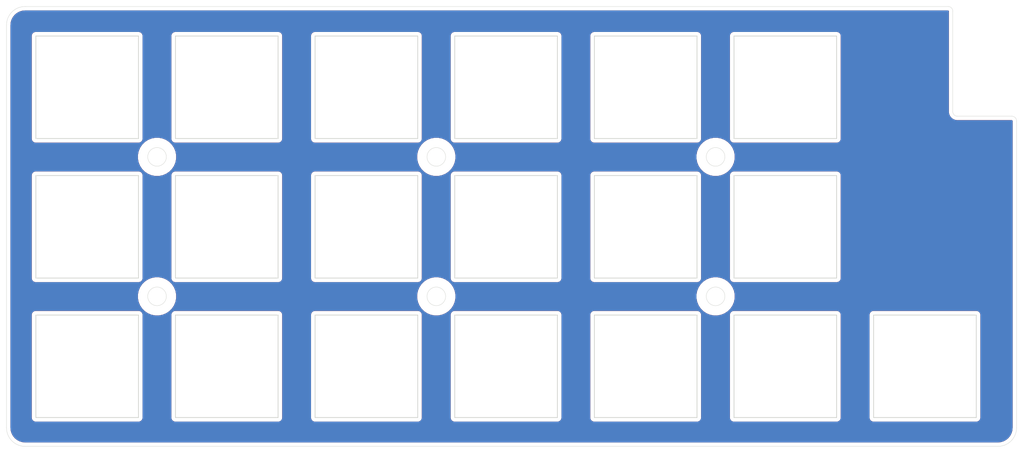
<source format=kicad_pcb>
(kicad_pcb (version 20171130) (host pcbnew "(5.1.7)-1")

  (general
    (thickness 1.6)
    (drawings 94)
    (tracks 0)
    (zones 0)
    (modules 0)
    (nets 1)
  )

  (page A4)
  (layers
    (0 F.Cu signal)
    (31 B.Cu signal)
    (32 B.Adhes user)
    (33 F.Adhes user)
    (34 B.Paste user)
    (35 F.Paste user)
    (36 B.SilkS user)
    (37 F.SilkS user)
    (38 B.Mask user)
    (39 F.Mask user)
    (40 Dwgs.User user)
    (41 Cmts.User user)
    (42 Eco1.User user)
    (43 Eco2.User user)
    (44 Edge.Cuts user)
    (45 Margin user)
    (46 B.CrtYd user)
    (47 F.CrtYd user)
    (48 B.Fab user)
    (49 F.Fab user)
  )

  (setup
    (last_trace_width 0.25)
    (user_trace_width 0.5)
    (trace_clearance 0.2)
    (zone_clearance 0.508)
    (zone_45_only no)
    (trace_min 0.2)
    (via_size 0.8)
    (via_drill 0.4)
    (via_min_size 0.4)
    (via_min_drill 0.3)
    (uvia_size 0.3)
    (uvia_drill 0.1)
    (uvias_allowed no)
    (uvia_min_size 0.2)
    (uvia_min_drill 0.1)
    (edge_width 0.05)
    (segment_width 0.2)
    (pcb_text_width 0.3)
    (pcb_text_size 1.5 1.5)
    (mod_edge_width 0.12)
    (mod_text_size 1 1)
    (mod_text_width 0.15)
    (pad_size 1.524 1.524)
    (pad_drill 0.762)
    (pad_to_mask_clearance 0)
    (aux_axis_origin 0 0)
    (visible_elements 7FFFFFFF)
    (pcbplotparams
      (layerselection 0x010fc_ffffffff)
      (usegerberextensions false)
      (usegerberattributes false)
      (usegerberadvancedattributes false)
      (creategerberjobfile false)
      (excludeedgelayer true)
      (linewidth 0.100000)
      (plotframeref false)
      (viasonmask false)
      (mode 1)
      (useauxorigin false)
      (hpglpennumber 1)
      (hpglpenspeed 20)
      (hpglpendiameter 15.000000)
      (psnegative false)
      (psa4output false)
      (plotreference true)
      (plotvalue false)
      (plotinvisibletext false)
      (padsonsilk true)
      (subtractmaskfromsilk false)
      (outputformat 1)
      (mirror false)
      (drillshape 0)
      (scaleselection 1)
      (outputdirectory "gerber/top_plate/"))
  )

  (net 0 "")

  (net_class Default "これはデフォルトのネット クラスです。"
    (clearance 0.2)
    (trace_width 0.25)
    (via_dia 0.8)
    (via_drill 0.4)
    (uvia_dia 0.3)
    (uvia_drill 0.1)
  )

  (gr_circle (center 135.725 78.575) (end 136.995 78.575) (layer Edge.Cuts) (width 0.05) (tstamp 60FC197F))
  (gr_circle (center 97.625 78.575) (end 98.895 78.575) (layer Edge.Cuts) (width 0.05) (tstamp 60FC1979))
  (gr_circle (center 59.525 78.575) (end 60.795 78.575) (layer Edge.Cuts) (width 0.05) (tstamp 60FC196F))
  (gr_circle (center 135.725 59.525) (end 136.995 59.525) (layer Edge.Cuts) (width 0.05) (tstamp 60FC1960))
  (gr_circle (center 97.625 59.525) (end 98.895 59.525) (layer Edge.Cuts) (width 0.05) (tstamp 60FC1958))
  (gr_circle (center 59.525 59.525) (end 60.795 59.525) (layer Edge.Cuts) (width 0.05))
  (gr_line (start 168.7195 53.975) (end 176.149 53.975) (layer Edge.Cuts) (width 0.05) (tstamp 600D7E95))
  (gr_arc (start 176.149 54.61) (end 176.784 54.61) (angle -90) (layer Edge.Cuts) (width 0.05))
  (gr_arc (start 167.4495 39.624) (end 168.0845 39.624) (angle -90) (layer Edge.Cuts) (width 0.05))
  (gr_arc (start 168.7195 53.34) (end 168.0845 53.34) (angle -90) (layer Edge.Cuts) (width 0.05))
  (gr_line (start 168.0845 39.624) (end 168.0845 53.34) (layer Edge.Cuts) (width 0.05))
  (gr_line (start 95.0888 57.023) (end 81.0895 57.023) (layer Edge.Cuts) (width 0.1))
  (gr_line (start 76.0388 57.023) (end 62.0395 57.023) (layer Edge.Cuts) (width 0.1))
  (gr_line (start 76.0388 43.0237) (end 76.0388 57.023) (layer Edge.Cuts) (width 0.1))
  (gr_line (start 42.98945 57.023) (end 42.98945 43.0237) (layer Edge.Cuts) (width 0.1))
  (gr_line (start 56.989 57.023) (end 42.98945 57.023) (layer Edge.Cuts) (width 0.1))
  (gr_line (start 56.989 43.0237) (end 56.989 57.023) (layer Edge.Cuts) (width 0.1))
  (gr_line (start 81.0895 57.023) (end 81.0895 43.0237) (layer Edge.Cuts) (width 0.1))
  (gr_line (start 62.0395 57.023) (end 62.0395 43.0237) (layer Edge.Cuts) (width 0.1))
  (gr_line (start 42.98945 43.0237) (end 56.989 43.0237) (layer Edge.Cuts) (width 0.1))
  (gr_line (start 62.0395 43.0237) (end 76.0388 43.0237) (layer Edge.Cuts) (width 0.1))
  (gr_line (start 119.1895 95.12316) (end 119.1895 81.1237) (layer Edge.Cuts) (width 0.1))
  (gr_line (start 81.0895 81.1237) (end 95.0888 81.1237) (layer Edge.Cuts) (width 0.1))
  (gr_line (start 100.1395 95.12316) (end 100.1395 81.1237) (layer Edge.Cuts) (width 0.1))
  (gr_line (start 95.0888 81.1237) (end 95.0888 95.12316) (layer Edge.Cuts) (width 0.1))
  (gr_line (start 114.1388 81.1237) (end 114.1388 95.12316) (layer Edge.Cuts) (width 0.1))
  (gr_line (start 76.0388 81.1237) (end 76.0388 95.12316) (layer Edge.Cuts) (width 0.1))
  (gr_line (start 62.0395 81.1237) (end 76.0388 81.1237) (layer Edge.Cuts) (width 0.1))
  (gr_line (start 81.0895 95.12316) (end 81.0895 81.1237) (layer Edge.Cuts) (width 0.1))
  (gr_line (start 95.0888 95.12316) (end 81.0895 95.12316) (layer Edge.Cuts) (width 0.1))
  (gr_line (start 114.1388 95.12316) (end 100.1395 95.12316) (layer Edge.Cuts) (width 0.1))
  (gr_line (start 100.1395 81.1237) (end 114.1388 81.1237) (layer Edge.Cuts) (width 0.1))
  (gr_line (start 56.989 95.12316) (end 42.98945 95.12316) (layer Edge.Cuts) (width 0.1))
  (gr_line (start 56.989 81.1237) (end 56.989 95.12316) (layer Edge.Cuts) (width 0.1))
  (gr_line (start 119.1895 62.0738) (end 133.1888 62.0738) (layer Edge.Cuts) (width 0.1))
  (gr_line (start 42.98945 81.1237) (end 56.989 81.1237) (layer Edge.Cuts) (width 0.1))
  (gr_line (start 76.0388 95.12316) (end 62.0395 95.12316) (layer Edge.Cuts) (width 0.1))
  (gr_line (start 138.2381 76.0732) (end 138.2381 62.0738) (layer Edge.Cuts) (width 0.1))
  (gr_line (start 152.2388 76.0732) (end 138.2381 76.0732) (layer Edge.Cuts) (width 0.1))
  (gr_line (start 152.2388 62.0738) (end 152.2388 76.0732) (layer Edge.Cuts) (width 0.1))
  (gr_line (start 138.2381 62.0738) (end 152.2388 62.0738) (layer Edge.Cuts) (width 0.1))
  (gr_line (start 42.98945 95.12316) (end 42.98945 81.1237) (layer Edge.Cuts) (width 0.1))
  (gr_line (start 62.0395 95.12316) (end 62.0395 81.1237) (layer Edge.Cuts) (width 0.1))
  (gr_line (start 81.0895 62.0738) (end 95.0888 62.0738) (layer Edge.Cuts) (width 0.1))
  (gr_line (start 100.1395 62.0738) (end 114.1388 62.0738) (layer Edge.Cuts) (width 0.1))
  (gr_line (start 133.1888 76.0732) (end 119.1895 76.0732) (layer Edge.Cuts) (width 0.1))
  (gr_line (start 100.1395 76.0732) (end 100.1395 62.0738) (layer Edge.Cuts) (width 0.1))
  (gr_line (start 95.0888 76.0732) (end 81.0895 76.0732) (layer Edge.Cuts) (width 0.1))
  (gr_line (start 95.0888 62.0738) (end 95.0888 76.0732) (layer Edge.Cuts) (width 0.1))
  (gr_line (start 114.1388 76.0732) (end 100.1395 76.0732) (layer Edge.Cuts) (width 0.1))
  (gr_line (start 133.1888 62.0738) (end 133.1888 76.0732) (layer Edge.Cuts) (width 0.1))
  (gr_line (start 114.1388 62.0738) (end 114.1388 76.0732) (layer Edge.Cuts) (width 0.1))
  (gr_line (start 81.0895 76.0732) (end 81.0895 62.0738) (layer Edge.Cuts) (width 0.1))
  (gr_line (start 119.1895 76.0732) (end 119.1895 62.0738) (layer Edge.Cuts) (width 0.1))
  (gr_line (start 133.1888 81.1237) (end 133.1888 95.12316) (layer Edge.Cuts) (width 0.1))
  (gr_line (start 138.2381 95.12316) (end 138.2381 81.1237) (layer Edge.Cuts) (width 0.1))
  (gr_line (start 157.2878 95.12316) (end 157.2878 81.1237) (layer Edge.Cuts) (width 0.1))
  (gr_line (start 138.2381 81.1237) (end 152.2388 81.1237) (layer Edge.Cuts) (width 0.1))
  (gr_line (start 119.1895 81.1237) (end 133.1888 81.1237) (layer Edge.Cuts) (width 0.1))
  (gr_line (start 152.2388 95.12316) (end 138.2381 95.12316) (layer Edge.Cuts) (width 0.1))
  (gr_line (start 157.2878 81.1237) (end 171.2888 81.1237) (layer Edge.Cuts) (width 0.1))
  (gr_line (start 171.2888 95.12316) (end 157.2878 95.12316) (layer Edge.Cuts) (width 0.1))
  (gr_line (start 171.2888 81.1237) (end 171.2888 95.12316) (layer Edge.Cuts) (width 0.1))
  (gr_line (start 152.2388 81.1237) (end 152.2388 95.12316) (layer Edge.Cuts) (width 0.1))
  (gr_line (start 133.1888 95.12316) (end 119.1895 95.12316) (layer Edge.Cuts) (width 0.1))
  (gr_line (start 76.0388 62.0738) (end 76.0388 76.0732) (layer Edge.Cuts) (width 0.1))
  (gr_line (start 62.0395 76.0732) (end 62.0395 62.0738) (layer Edge.Cuts) (width 0.1))
  (gr_line (start 152.2388 57.023) (end 138.2381 57.023) (layer Edge.Cuts) (width 0.1))
  (gr_line (start 42.98945 62.0738) (end 56.989 62.0738) (layer Edge.Cuts) (width 0.1))
  (gr_line (start 152.2388 43.0237) (end 152.2388 57.023) (layer Edge.Cuts) (width 0.1))
  (gr_line (start 138.2381 43.0237) (end 152.2388 43.0237) (layer Edge.Cuts) (width 0.1))
  (gr_line (start 56.989 76.0732) (end 42.98945 76.0732) (layer Edge.Cuts) (width 0.1))
  (gr_line (start 76.0388 76.0732) (end 62.0395 76.0732) (layer Edge.Cuts) (width 0.1))
  (gr_line (start 62.0395 62.0738) (end 76.0388 62.0738) (layer Edge.Cuts) (width 0.1))
  (gr_line (start 42.98945 76.0732) (end 42.98945 62.0738) (layer Edge.Cuts) (width 0.1))
  (gr_line (start 56.989 62.0738) (end 56.989 76.0732) (layer Edge.Cuts) (width 0.1))
  (gr_line (start 133.1888 43.0237) (end 133.1888 57.023) (layer Edge.Cuts) (width 0.1))
  (gr_line (start 81.0895 43.0237) (end 95.0888 43.0237) (layer Edge.Cuts) (width 0.1))
  (gr_line (start 100.1395 57.023) (end 100.1395 43.0237) (layer Edge.Cuts) (width 0.1))
  (gr_line (start 119.1895 43.0237) (end 133.1888 43.0237) (layer Edge.Cuts) (width 0.1))
  (gr_line (start 114.1388 57.023) (end 100.1395 57.023) (layer Edge.Cuts) (width 0.1))
  (gr_line (start 114.1388 43.0237) (end 114.1388 57.023) (layer Edge.Cuts) (width 0.1))
  (gr_line (start 138.2381 57.023) (end 138.2381 43.0237) (layer Edge.Cuts) (width 0.1))
  (gr_line (start 100.1395 43.0237) (end 114.1388 43.0237) (layer Edge.Cuts) (width 0.1))
  (gr_line (start 133.1888 57.023) (end 119.1895 57.023) (layer Edge.Cuts) (width 0.1))
  (gr_line (start 95.0888 43.0237) (end 95.0888 57.023) (layer Edge.Cuts) (width 0.1))
  (gr_line (start 119.1895 57.023) (end 119.1895 43.0237) (layer Edge.Cuts) (width 0.1))
  (gr_arc (start 174.244 96.52) (end 174.244 99.06) (angle -90) (layer Edge.Cuts) (width 0.05))
  (gr_arc (start 41.529 96.52) (end 38.989 96.52) (angle -90) (layer Edge.Cuts) (width 0.05))
  (gr_arc (start 41.529 41.529) (end 41.529 38.989) (angle -90) (layer Edge.Cuts) (width 0.05))
  (gr_line (start 167.4495 38.989) (end 41.529 38.989) (layer Edge.Cuts) (width 0.05))
  (gr_line (start 176.784 96.52) (end 176.784 54.61) (layer Edge.Cuts) (width 0.05) (tstamp 5FFAEA58))
  (gr_line (start 41.529 99.06) (end 174.244 99.06) (layer Edge.Cuts) (width 0.05))
  (gr_line (start 38.989 41.529) (end 38.989 96.52) (layer Edge.Cuts) (width 0.05))

  (zone (net 0) (net_name "") (layer F.Cu) (tstamp 600DF9DB) (hatch edge 0.508)
    (connect_pads (clearance 0.508))
    (min_thickness 0.254)
    (fill yes (arc_segments 32) (thermal_gap 0.508) (thermal_bridge_width 0.508))
    (polygon
      (pts
        (xy 177.8 101.6) (xy 38.1 101.6) (xy 38.1 38.1) (xy 177.8 38.1)
      )
    )
    (filled_polygon
      (pts
        (xy 167.424013 39.649666) (xy 167.4245 39.654301) (xy 167.424501 53.372419) (xy 167.427258 53.40041) (xy 167.427231 53.404255)
        (xy 167.428131 53.413426) (xy 167.441086 53.536677) (xy 167.453115 53.595274) (xy 167.464322 53.654028) (xy 167.466986 53.66285)
        (xy 167.503633 53.781238) (xy 167.526808 53.836368) (xy 167.549222 53.891847) (xy 167.553549 53.899983) (xy 167.612492 54.008998)
        (xy 167.645937 54.058582) (xy 167.678697 54.108645) (xy 167.684522 54.115786) (xy 167.763518 54.211276) (xy 167.805967 54.25343)
        (xy 167.847815 54.296165) (xy 167.854916 54.302039) (xy 167.950955 54.380367) (xy 168.000781 54.413472) (xy 168.050138 54.447267)
        (xy 168.058244 54.45165) (xy 168.167667 54.509832) (xy 168.222959 54.532621) (xy 168.277955 54.556193) (xy 168.286758 54.558918)
        (xy 168.405399 54.594737) (xy 168.464083 54.606357) (xy 168.522594 54.618794) (xy 168.53175 54.619756) (xy 168.531755 54.619757)
        (xy 168.531759 54.619757) (xy 168.655097 54.63185) (xy 168.655098 54.63185) (xy 168.687081 54.635) (xy 176.116725 54.635)
        (xy 176.123513 54.635666) (xy 176.124001 54.64031) (xy 176.124 96.487721) (xy 176.085091 96.884545) (xy 175.97922 97.235206)
        (xy 175.807257 97.558623) (xy 175.575748 97.842482) (xy 175.293514 98.075965) (xy 174.971304 98.250184) (xy 174.621385 98.358502)
        (xy 174.226557 98.4) (xy 41.561279 98.4) (xy 41.164455 98.361091) (xy 40.813794 98.25522) (xy 40.490377 98.083257)
        (xy 40.206518 97.851748) (xy 39.973035 97.569514) (xy 39.798816 97.247304) (xy 39.690498 96.897385) (xy 39.649 96.502557)
        (xy 39.649 81.1237) (xy 42.301136 81.1237) (xy 42.304451 81.157357) (xy 42.30445 95.089513) (xy 42.301136 95.12316)
        (xy 42.314362 95.257443) (xy 42.353531 95.386566) (xy 42.417138 95.505567) (xy 42.502739 95.609871) (xy 42.607043 95.695472)
        (xy 42.726044 95.759079) (xy 42.855167 95.798248) (xy 42.98945 95.811474) (xy 43.023097 95.80816) (xy 56.955353 95.80816)
        (xy 56.989 95.811474) (xy 57.123283 95.798248) (xy 57.252406 95.759079) (xy 57.371407 95.695472) (xy 57.475711 95.609871)
        (xy 57.561312 95.505567) (xy 57.624919 95.386566) (xy 57.664088 95.257443) (xy 57.674 95.156807) (xy 57.674 95.156806)
        (xy 57.677314 95.12316) (xy 57.674 95.089513) (xy 57.674 81.157347) (xy 57.677314 81.1237) (xy 57.664088 80.989417)
        (xy 57.624919 80.860294) (xy 57.561312 80.741293) (xy 57.475711 80.636989) (xy 57.371407 80.551388) (xy 57.252406 80.487781)
        (xy 57.123283 80.448612) (xy 57.022647 80.4387) (xy 56.989 80.435386) (xy 56.955353 80.4387) (xy 43.023097 80.4387)
        (xy 42.98945 80.435386) (xy 42.955803 80.4387) (xy 42.855167 80.448612) (xy 42.726044 80.487781) (xy 42.607043 80.551388)
        (xy 42.502739 80.636989) (xy 42.417138 80.741293) (xy 42.353531 80.860294) (xy 42.314362 80.989417) (xy 42.301136 81.1237)
        (xy 39.649 81.1237) (xy 39.649 78.305626) (xy 56.79 78.305626) (xy 56.79 78.844374) (xy 56.895105 79.37277)
        (xy 57.101275 79.870508) (xy 57.400587 80.318461) (xy 57.781539 80.699413) (xy 58.229492 80.998725) (xy 58.72723 81.204895)
        (xy 59.255626 81.31) (xy 59.794374 81.31) (xy 60.32277 81.204895) (xy 60.518791 81.1237) (xy 61.351186 81.1237)
        (xy 61.354501 81.157357) (xy 61.3545 95.089513) (xy 61.351186 95.12316) (xy 61.364412 95.257443) (xy 61.403581 95.386566)
        (xy 61.467188 95.505567) (xy 61.552789 95.609871) (xy 61.657093 95.695472) (xy 61.776094 95.759079) (xy 61.905217 95.798248)
        (xy 62.0395 95.811474) (xy 62.073147 95.80816) (xy 76.005153 95.80816) (xy 76.0388 95.811474) (xy 76.173083 95.798248)
        (xy 76.302206 95.759079) (xy 76.421207 95.695472) (xy 76.525511 95.609871) (xy 76.611112 95.505567) (xy 76.674719 95.386566)
        (xy 76.713888 95.257443) (xy 76.7238 95.156807) (xy 76.7238 95.156806) (xy 76.727114 95.12316) (xy 76.7238 95.089513)
        (xy 76.7238 81.157347) (xy 76.727114 81.1237) (xy 80.401186 81.1237) (xy 80.404501 81.157357) (xy 80.4045 95.089513)
        (xy 80.401186 95.12316) (xy 80.414412 95.257443) (xy 80.453581 95.386566) (xy 80.517188 95.505567) (xy 80.602789 95.609871)
        (xy 80.707093 95.695472) (xy 80.826094 95.759079) (xy 80.955217 95.798248) (xy 81.0895 95.811474) (xy 81.123147 95.80816)
        (xy 95.055153 95.80816) (xy 95.0888 95.811474) (xy 95.223083 95.798248) (xy 95.352206 95.759079) (xy 95.471207 95.695472)
        (xy 95.575511 95.609871) (xy 95.661112 95.505567) (xy 95.724719 95.386566) (xy 95.763888 95.257443) (xy 95.7738 95.156807)
        (xy 95.7738 95.156806) (xy 95.777114 95.12316) (xy 95.7738 95.089513) (xy 95.7738 81.157347) (xy 95.777114 81.1237)
        (xy 95.763888 80.989417) (xy 95.724719 80.860294) (xy 95.661112 80.741293) (xy 95.575511 80.636989) (xy 95.471207 80.551388)
        (xy 95.352206 80.487781) (xy 95.223083 80.448612) (xy 95.122447 80.4387) (xy 95.0888 80.435386) (xy 95.055153 80.4387)
        (xy 81.123147 80.4387) (xy 81.0895 80.435386) (xy 81.055853 80.4387) (xy 80.955217 80.448612) (xy 80.826094 80.487781)
        (xy 80.707093 80.551388) (xy 80.602789 80.636989) (xy 80.517188 80.741293) (xy 80.453581 80.860294) (xy 80.414412 80.989417)
        (xy 80.401186 81.1237) (xy 76.727114 81.1237) (xy 76.713888 80.989417) (xy 76.674719 80.860294) (xy 76.611112 80.741293)
        (xy 76.525511 80.636989) (xy 76.421207 80.551388) (xy 76.302206 80.487781) (xy 76.173083 80.448612) (xy 76.072447 80.4387)
        (xy 76.0388 80.435386) (xy 76.005153 80.4387) (xy 62.073147 80.4387) (xy 62.0395 80.435386) (xy 62.005853 80.4387)
        (xy 61.905217 80.448612) (xy 61.776094 80.487781) (xy 61.657093 80.551388) (xy 61.552789 80.636989) (xy 61.467188 80.741293)
        (xy 61.403581 80.860294) (xy 61.364412 80.989417) (xy 61.351186 81.1237) (xy 60.518791 81.1237) (xy 60.820508 80.998725)
        (xy 61.268461 80.699413) (xy 61.649413 80.318461) (xy 61.948725 79.870508) (xy 62.154895 79.37277) (xy 62.26 78.844374)
        (xy 62.26 78.305626) (xy 94.89 78.305626) (xy 94.89 78.844374) (xy 94.995105 79.37277) (xy 95.201275 79.870508)
        (xy 95.500587 80.318461) (xy 95.881539 80.699413) (xy 96.329492 80.998725) (xy 96.82723 81.204895) (xy 97.355626 81.31)
        (xy 97.894374 81.31) (xy 98.42277 81.204895) (xy 98.618791 81.1237) (xy 99.451186 81.1237) (xy 99.454501 81.157357)
        (xy 99.4545 95.089513) (xy 99.451186 95.12316) (xy 99.464412 95.257443) (xy 99.503581 95.386566) (xy 99.567188 95.505567)
        (xy 99.652789 95.609871) (xy 99.757093 95.695472) (xy 99.876094 95.759079) (xy 100.005217 95.798248) (xy 100.1395 95.811474)
        (xy 100.173147 95.80816) (xy 114.105153 95.80816) (xy 114.1388 95.811474) (xy 114.273083 95.798248) (xy 114.402206 95.759079)
        (xy 114.521207 95.695472) (xy 114.625511 95.609871) (xy 114.711112 95.505567) (xy 114.774719 95.386566) (xy 114.813888 95.257443)
        (xy 114.8238 95.156807) (xy 114.8238 95.156806) (xy 114.827114 95.12316) (xy 114.8238 95.089513) (xy 114.8238 81.157347)
        (xy 114.827114 81.1237) (xy 118.501186 81.1237) (xy 118.504501 81.157357) (xy 118.5045 95.089513) (xy 118.501186 95.12316)
        (xy 118.514412 95.257443) (xy 118.553581 95.386566) (xy 118.617188 95.505567) (xy 118.702789 95.609871) (xy 118.807093 95.695472)
        (xy 118.926094 95.759079) (xy 119.055217 95.798248) (xy 119.1895 95.811474) (xy 119.223147 95.80816) (xy 133.155153 95.80816)
        (xy 133.1888 95.811474) (xy 133.323083 95.798248) (xy 133.452206 95.759079) (xy 133.571207 95.695472) (xy 133.675511 95.609871)
        (xy 133.761112 95.505567) (xy 133.824719 95.386566) (xy 133.863888 95.257443) (xy 133.8738 95.156807) (xy 133.8738 95.156806)
        (xy 133.877114 95.12316) (xy 133.8738 95.089513) (xy 133.8738 81.157347) (xy 133.877114 81.1237) (xy 133.863888 80.989417)
        (xy 133.824719 80.860294) (xy 133.761112 80.741293) (xy 133.675511 80.636989) (xy 133.571207 80.551388) (xy 133.452206 80.487781)
        (xy 133.323083 80.448612) (xy 133.222447 80.4387) (xy 133.1888 80.435386) (xy 133.155153 80.4387) (xy 119.223147 80.4387)
        (xy 119.1895 80.435386) (xy 119.155853 80.4387) (xy 119.055217 80.448612) (xy 118.926094 80.487781) (xy 118.807093 80.551388)
        (xy 118.702789 80.636989) (xy 118.617188 80.741293) (xy 118.553581 80.860294) (xy 118.514412 80.989417) (xy 118.501186 81.1237)
        (xy 114.827114 81.1237) (xy 114.813888 80.989417) (xy 114.774719 80.860294) (xy 114.711112 80.741293) (xy 114.625511 80.636989)
        (xy 114.521207 80.551388) (xy 114.402206 80.487781) (xy 114.273083 80.448612) (xy 114.172447 80.4387) (xy 114.1388 80.435386)
        (xy 114.105153 80.4387) (xy 100.173147 80.4387) (xy 100.1395 80.435386) (xy 100.105853 80.4387) (xy 100.005217 80.448612)
        (xy 99.876094 80.487781) (xy 99.757093 80.551388) (xy 99.652789 80.636989) (xy 99.567188 80.741293) (xy 99.503581 80.860294)
        (xy 99.464412 80.989417) (xy 99.451186 81.1237) (xy 98.618791 81.1237) (xy 98.920508 80.998725) (xy 99.368461 80.699413)
        (xy 99.749413 80.318461) (xy 100.048725 79.870508) (xy 100.254895 79.37277) (xy 100.36 78.844374) (xy 100.36 78.305626)
        (xy 132.99 78.305626) (xy 132.99 78.844374) (xy 133.095105 79.37277) (xy 133.301275 79.870508) (xy 133.600587 80.318461)
        (xy 133.981539 80.699413) (xy 134.429492 80.998725) (xy 134.92723 81.204895) (xy 135.455626 81.31) (xy 135.994374 81.31)
        (xy 136.52277 81.204895) (xy 136.718791 81.1237) (xy 137.549786 81.1237) (xy 137.553101 81.157357) (xy 137.5531 95.089513)
        (xy 137.549786 95.12316) (xy 137.563012 95.257443) (xy 137.602181 95.386566) (xy 137.665788 95.505567) (xy 137.751389 95.609871)
        (xy 137.855693 95.695472) (xy 137.974694 95.759079) (xy 138.103817 95.798248) (xy 138.2381 95.811474) (xy 138.271747 95.80816)
        (xy 152.205153 95.80816) (xy 152.2388 95.811474) (xy 152.373083 95.798248) (xy 152.502206 95.759079) (xy 152.621207 95.695472)
        (xy 152.725511 95.609871) (xy 152.811112 95.505567) (xy 152.874719 95.386566) (xy 152.913888 95.257443) (xy 152.9238 95.156807)
        (xy 152.9238 95.156806) (xy 152.927114 95.12316) (xy 152.9238 95.089513) (xy 152.9238 81.157347) (xy 152.927114 81.1237)
        (xy 156.599486 81.1237) (xy 156.602801 81.157357) (xy 156.6028 95.089513) (xy 156.599486 95.12316) (xy 156.612712 95.257443)
        (xy 156.651881 95.386566) (xy 156.715488 95.505567) (xy 156.801089 95.609871) (xy 156.905393 95.695472) (xy 157.024394 95.759079)
        (xy 157.153517 95.798248) (xy 157.2878 95.811474) (xy 157.321447 95.80816) (xy 171.255153 95.80816) (xy 171.2888 95.811474)
        (xy 171.423083 95.798248) (xy 171.552206 95.759079) (xy 171.671207 95.695472) (xy 171.775511 95.609871) (xy 171.861112 95.505567)
        (xy 171.924719 95.386566) (xy 171.963888 95.257443) (xy 171.9738 95.156807) (xy 171.9738 95.156806) (xy 171.977114 95.12316)
        (xy 171.9738 95.089513) (xy 171.9738 81.157347) (xy 171.977114 81.1237) (xy 171.963888 80.989417) (xy 171.924719 80.860294)
        (xy 171.861112 80.741293) (xy 171.775511 80.636989) (xy 171.671207 80.551388) (xy 171.552206 80.487781) (xy 171.423083 80.448612)
        (xy 171.322447 80.4387) (xy 171.2888 80.435386) (xy 171.255153 80.4387) (xy 157.321447 80.4387) (xy 157.2878 80.435386)
        (xy 157.254153 80.4387) (xy 157.153517 80.448612) (xy 157.024394 80.487781) (xy 156.905393 80.551388) (xy 156.801089 80.636989)
        (xy 156.715488 80.741293) (xy 156.651881 80.860294) (xy 156.612712 80.989417) (xy 156.599486 81.1237) (xy 152.927114 81.1237)
        (xy 152.913888 80.989417) (xy 152.874719 80.860294) (xy 152.811112 80.741293) (xy 152.725511 80.636989) (xy 152.621207 80.551388)
        (xy 152.502206 80.487781) (xy 152.373083 80.448612) (xy 152.272447 80.4387) (xy 152.2388 80.435386) (xy 152.205153 80.4387)
        (xy 138.271747 80.4387) (xy 138.2381 80.435386) (xy 138.204453 80.4387) (xy 138.103817 80.448612) (xy 137.974694 80.487781)
        (xy 137.855693 80.551388) (xy 137.751389 80.636989) (xy 137.665788 80.741293) (xy 137.602181 80.860294) (xy 137.563012 80.989417)
        (xy 137.549786 81.1237) (xy 136.718791 81.1237) (xy 137.020508 80.998725) (xy 137.468461 80.699413) (xy 137.849413 80.318461)
        (xy 138.148725 79.870508) (xy 138.354895 79.37277) (xy 138.46 78.844374) (xy 138.46 78.305626) (xy 138.354895 77.77723)
        (xy 138.148725 77.279492) (xy 137.849413 76.831539) (xy 137.468461 76.450587) (xy 137.020508 76.151275) (xy 136.52277 75.945105)
        (xy 135.994374 75.84) (xy 135.455626 75.84) (xy 134.92723 75.945105) (xy 134.429492 76.151275) (xy 133.981539 76.450587)
        (xy 133.600587 76.831539) (xy 133.301275 77.279492) (xy 133.095105 77.77723) (xy 132.99 78.305626) (xy 100.36 78.305626)
        (xy 100.254895 77.77723) (xy 100.048725 77.279492) (xy 99.749413 76.831539) (xy 99.368461 76.450587) (xy 98.920508 76.151275)
        (xy 98.42277 75.945105) (xy 97.894374 75.84) (xy 97.355626 75.84) (xy 96.82723 75.945105) (xy 96.329492 76.151275)
        (xy 95.881539 76.450587) (xy 95.500587 76.831539) (xy 95.201275 77.279492) (xy 94.995105 77.77723) (xy 94.89 78.305626)
        (xy 62.26 78.305626) (xy 62.154895 77.77723) (xy 61.948725 77.279492) (xy 61.649413 76.831539) (xy 61.268461 76.450587)
        (xy 60.820508 76.151275) (xy 60.32277 75.945105) (xy 59.794374 75.84) (xy 59.255626 75.84) (xy 58.72723 75.945105)
        (xy 58.229492 76.151275) (xy 57.781539 76.450587) (xy 57.400587 76.831539) (xy 57.101275 77.279492) (xy 56.895105 77.77723)
        (xy 56.79 78.305626) (xy 39.649 78.305626) (xy 39.649 62.0738) (xy 42.301136 62.0738) (xy 42.304451 62.107457)
        (xy 42.30445 76.039553) (xy 42.301136 76.0732) (xy 42.314362 76.207483) (xy 42.353531 76.336606) (xy 42.417138 76.455607)
        (xy 42.502739 76.559911) (xy 42.607043 76.645512) (xy 42.726044 76.709119) (xy 42.855167 76.748288) (xy 42.98945 76.761514)
        (xy 43.023097 76.7582) (xy 56.955353 76.7582) (xy 56.989 76.761514) (xy 57.123283 76.748288) (xy 57.252406 76.709119)
        (xy 57.371407 76.645512) (xy 57.475711 76.559911) (xy 57.561312 76.455607) (xy 57.624919 76.336606) (xy 57.664088 76.207483)
        (xy 57.674 76.106847) (xy 57.674 76.106846) (xy 57.677314 76.0732) (xy 57.674 76.039553) (xy 57.674 62.107447)
        (xy 57.677314 62.0738) (xy 57.664088 61.939517) (xy 57.624919 61.810394) (xy 57.561312 61.691393) (xy 57.475711 61.587089)
        (xy 57.371407 61.501488) (xy 57.252406 61.437881) (xy 57.123283 61.398712) (xy 57.022647 61.3888) (xy 56.989 61.385486)
        (xy 56.955353 61.3888) (xy 43.023097 61.3888) (xy 42.98945 61.385486) (xy 42.955803 61.3888) (xy 42.855167 61.398712)
        (xy 42.726044 61.437881) (xy 42.607043 61.501488) (xy 42.502739 61.587089) (xy 42.417138 61.691393) (xy 42.353531 61.810394)
        (xy 42.314362 61.939517) (xy 42.301136 62.0738) (xy 39.649 62.0738) (xy 39.649 59.255626) (xy 56.79 59.255626)
        (xy 56.79 59.794374) (xy 56.895105 60.32277) (xy 57.101275 60.820508) (xy 57.400587 61.268461) (xy 57.781539 61.649413)
        (xy 58.229492 61.948725) (xy 58.72723 62.154895) (xy 59.255626 62.26) (xy 59.794374 62.26) (xy 60.32277 62.154895)
        (xy 60.51855 62.0738) (xy 61.351186 62.0738) (xy 61.354501 62.107457) (xy 61.3545 76.039553) (xy 61.351186 76.0732)
        (xy 61.364412 76.207483) (xy 61.403581 76.336606) (xy 61.467188 76.455607) (xy 61.552789 76.559911) (xy 61.657093 76.645512)
        (xy 61.776094 76.709119) (xy 61.905217 76.748288) (xy 62.0395 76.761514) (xy 62.073147 76.7582) (xy 76.005153 76.7582)
        (xy 76.0388 76.761514) (xy 76.173083 76.748288) (xy 76.302206 76.709119) (xy 76.421207 76.645512) (xy 76.525511 76.559911)
        (xy 76.611112 76.455607) (xy 76.674719 76.336606) (xy 76.713888 76.207483) (xy 76.7238 76.106847) (xy 76.7238 76.106846)
        (xy 76.727114 76.0732) (xy 76.7238 76.039553) (xy 76.7238 62.107447) (xy 76.727114 62.0738) (xy 80.401186 62.0738)
        (xy 80.404501 62.107457) (xy 80.4045 76.039553) (xy 80.401186 76.0732) (xy 80.414412 76.207483) (xy 80.453581 76.336606)
        (xy 80.517188 76.455607) (xy 80.602789 76.559911) (xy 80.707093 76.645512) (xy 80.826094 76.709119) (xy 80.955217 76.748288)
        (xy 81.0895 76.761514) (xy 81.123147 76.7582) (xy 95.055153 76.7582) (xy 95.0888 76.761514) (xy 95.223083 76.748288)
        (xy 95.352206 76.709119) (xy 95.471207 76.645512) (xy 95.575511 76.559911) (xy 95.661112 76.455607) (xy 95.724719 76.336606)
        (xy 95.763888 76.207483) (xy 95.7738 76.106847) (xy 95.7738 76.106846) (xy 95.777114 76.0732) (xy 95.7738 76.039553)
        (xy 95.7738 62.107447) (xy 95.777114 62.0738) (xy 95.763888 61.939517) (xy 95.724719 61.810394) (xy 95.661112 61.691393)
        (xy 95.575511 61.587089) (xy 95.471207 61.501488) (xy 95.352206 61.437881) (xy 95.223083 61.398712) (xy 95.122447 61.3888)
        (xy 95.0888 61.385486) (xy 95.055153 61.3888) (xy 81.123147 61.3888) (xy 81.0895 61.385486) (xy 81.055853 61.3888)
        (xy 80.955217 61.398712) (xy 80.826094 61.437881) (xy 80.707093 61.501488) (xy 80.602789 61.587089) (xy 80.517188 61.691393)
        (xy 80.453581 61.810394) (xy 80.414412 61.939517) (xy 80.401186 62.0738) (xy 76.727114 62.0738) (xy 76.713888 61.939517)
        (xy 76.674719 61.810394) (xy 76.611112 61.691393) (xy 76.525511 61.587089) (xy 76.421207 61.501488) (xy 76.302206 61.437881)
        (xy 76.173083 61.398712) (xy 76.072447 61.3888) (xy 76.0388 61.385486) (xy 76.005153 61.3888) (xy 62.073147 61.3888)
        (xy 62.0395 61.385486) (xy 62.005853 61.3888) (xy 61.905217 61.398712) (xy 61.776094 61.437881) (xy 61.657093 61.501488)
        (xy 61.552789 61.587089) (xy 61.467188 61.691393) (xy 61.403581 61.810394) (xy 61.364412 61.939517) (xy 61.351186 62.0738)
        (xy 60.51855 62.0738) (xy 60.820508 61.948725) (xy 61.268461 61.649413) (xy 61.649413 61.268461) (xy 61.948725 60.820508)
        (xy 62.154895 60.32277) (xy 62.26 59.794374) (xy 62.26 59.255626) (xy 94.89 59.255626) (xy 94.89 59.794374)
        (xy 94.995105 60.32277) (xy 95.201275 60.820508) (xy 95.500587 61.268461) (xy 95.881539 61.649413) (xy 96.329492 61.948725)
        (xy 96.82723 62.154895) (xy 97.355626 62.26) (xy 97.894374 62.26) (xy 98.42277 62.154895) (xy 98.61855 62.0738)
        (xy 99.451186 62.0738) (xy 99.454501 62.107457) (xy 99.4545 76.039553) (xy 99.451186 76.0732) (xy 99.464412 76.207483)
        (xy 99.503581 76.336606) (xy 99.567188 76.455607) (xy 99.652789 76.559911) (xy 99.757093 76.645512) (xy 99.876094 76.709119)
        (xy 100.005217 76.748288) (xy 100.1395 76.761514) (xy 100.173147 76.7582) (xy 114.105153 76.7582) (xy 114.1388 76.761514)
        (xy 114.273083 76.748288) (xy 114.402206 76.709119) (xy 114.521207 76.645512) (xy 114.625511 76.559911) (xy 114.711112 76.455607)
        (xy 114.774719 76.336606) (xy 114.813888 76.207483) (xy 114.8238 76.106847) (xy 114.8238 76.106846) (xy 114.827114 76.0732)
        (xy 114.8238 76.039553) (xy 114.8238 62.107447) (xy 114.827114 62.0738) (xy 118.501186 62.0738) (xy 118.504501 62.107457)
        (xy 118.5045 76.039553) (xy 118.501186 76.0732) (xy 118.514412 76.207483) (xy 118.553581 76.336606) (xy 118.617188 76.455607)
        (xy 118.702789 76.559911) (xy 118.807093 76.645512) (xy 118.926094 76.709119) (xy 119.055217 76.748288) (xy 119.1895 76.761514)
        (xy 119.223147 76.7582) (xy 133.155153 76.7582) (xy 133.1888 76.761514) (xy 133.323083 76.748288) (xy 133.452206 76.709119)
        (xy 133.571207 76.645512) (xy 133.675511 76.559911) (xy 133.761112 76.455607) (xy 133.824719 76.336606) (xy 133.863888 76.207483)
        (xy 133.8738 76.106847) (xy 133.8738 76.106846) (xy 133.877114 76.0732) (xy 133.8738 76.039553) (xy 133.8738 62.107447)
        (xy 133.877114 62.0738) (xy 133.863888 61.939517) (xy 133.824719 61.810394) (xy 133.761112 61.691393) (xy 133.675511 61.587089)
        (xy 133.571207 61.501488) (xy 133.452206 61.437881) (xy 133.323083 61.398712) (xy 133.222447 61.3888) (xy 133.1888 61.385486)
        (xy 133.155153 61.3888) (xy 119.223147 61.3888) (xy 119.1895 61.385486) (xy 119.155853 61.3888) (xy 119.055217 61.398712)
        (xy 118.926094 61.437881) (xy 118.807093 61.501488) (xy 118.702789 61.587089) (xy 118.617188 61.691393) (xy 118.553581 61.810394)
        (xy 118.514412 61.939517) (xy 118.501186 62.0738) (xy 114.827114 62.0738) (xy 114.813888 61.939517) (xy 114.774719 61.810394)
        (xy 114.711112 61.691393) (xy 114.625511 61.587089) (xy 114.521207 61.501488) (xy 114.402206 61.437881) (xy 114.273083 61.398712)
        (xy 114.172447 61.3888) (xy 114.1388 61.385486) (xy 114.105153 61.3888) (xy 100.173147 61.3888) (xy 100.1395 61.385486)
        (xy 100.105853 61.3888) (xy 100.005217 61.398712) (xy 99.876094 61.437881) (xy 99.757093 61.501488) (xy 99.652789 61.587089)
        (xy 99.567188 61.691393) (xy 99.503581 61.810394) (xy 99.464412 61.939517) (xy 99.451186 62.0738) (xy 98.61855 62.0738)
        (xy 98.920508 61.948725) (xy 99.368461 61.649413) (xy 99.749413 61.268461) (xy 100.048725 60.820508) (xy 100.254895 60.32277)
        (xy 100.36 59.794374) (xy 100.36 59.255626) (xy 132.99 59.255626) (xy 132.99 59.794374) (xy 133.095105 60.32277)
        (xy 133.301275 60.820508) (xy 133.600587 61.268461) (xy 133.981539 61.649413) (xy 134.429492 61.948725) (xy 134.92723 62.154895)
        (xy 135.455626 62.26) (xy 135.994374 62.26) (xy 136.52277 62.154895) (xy 136.71855 62.0738) (xy 137.549786 62.0738)
        (xy 137.553101 62.107457) (xy 137.5531 76.039553) (xy 137.549786 76.0732) (xy 137.563012 76.207483) (xy 137.602181 76.336606)
        (xy 137.665788 76.455607) (xy 137.751389 76.559911) (xy 137.855693 76.645512) (xy 137.974694 76.709119) (xy 138.103817 76.748288)
        (xy 138.2381 76.761514) (xy 138.271747 76.7582) (xy 152.205153 76.7582) (xy 152.2388 76.761514) (xy 152.373083 76.748288)
        (xy 152.502206 76.709119) (xy 152.621207 76.645512) (xy 152.725511 76.559911) (xy 152.811112 76.455607) (xy 152.874719 76.336606)
        (xy 152.913888 76.207483) (xy 152.9238 76.106847) (xy 152.9238 76.106846) (xy 152.927114 76.0732) (xy 152.9238 76.039553)
        (xy 152.9238 62.107447) (xy 152.927114 62.0738) (xy 152.913888 61.939517) (xy 152.874719 61.810394) (xy 152.811112 61.691393)
        (xy 152.725511 61.587089) (xy 152.621207 61.501488) (xy 152.502206 61.437881) (xy 152.373083 61.398712) (xy 152.272447 61.3888)
        (xy 152.2388 61.385486) (xy 152.205153 61.3888) (xy 138.271747 61.3888) (xy 138.2381 61.385486) (xy 138.204453 61.3888)
        (xy 138.103817 61.398712) (xy 137.974694 61.437881) (xy 137.855693 61.501488) (xy 137.751389 61.587089) (xy 137.665788 61.691393)
        (xy 137.602181 61.810394) (xy 137.563012 61.939517) (xy 137.549786 62.0738) (xy 136.71855 62.0738) (xy 137.020508 61.948725)
        (xy 137.468461 61.649413) (xy 137.849413 61.268461) (xy 138.148725 60.820508) (xy 138.354895 60.32277) (xy 138.46 59.794374)
        (xy 138.46 59.255626) (xy 138.354895 58.72723) (xy 138.148725 58.229492) (xy 137.849413 57.781539) (xy 137.468461 57.400587)
        (xy 137.020508 57.101275) (xy 136.52277 56.895105) (xy 135.994374 56.79) (xy 135.455626 56.79) (xy 134.92723 56.895105)
        (xy 134.429492 57.101275) (xy 133.981539 57.400587) (xy 133.600587 57.781539) (xy 133.301275 58.229492) (xy 133.095105 58.72723)
        (xy 132.99 59.255626) (xy 100.36 59.255626) (xy 100.254895 58.72723) (xy 100.048725 58.229492) (xy 99.749413 57.781539)
        (xy 99.368461 57.400587) (xy 98.920508 57.101275) (xy 98.42277 56.895105) (xy 97.894374 56.79) (xy 97.355626 56.79)
        (xy 96.82723 56.895105) (xy 96.329492 57.101275) (xy 95.881539 57.400587) (xy 95.500587 57.781539) (xy 95.201275 58.229492)
        (xy 94.995105 58.72723) (xy 94.89 59.255626) (xy 62.26 59.255626) (xy 62.154895 58.72723) (xy 61.948725 58.229492)
        (xy 61.649413 57.781539) (xy 61.268461 57.400587) (xy 60.820508 57.101275) (xy 60.32277 56.895105) (xy 59.794374 56.79)
        (xy 59.255626 56.79) (xy 58.72723 56.895105) (xy 58.229492 57.101275) (xy 57.781539 57.400587) (xy 57.400587 57.781539)
        (xy 57.101275 58.229492) (xy 56.895105 58.72723) (xy 56.79 59.255626) (xy 39.649 59.255626) (xy 39.649 43.0237)
        (xy 42.301136 43.0237) (xy 42.304451 43.057357) (xy 42.30445 56.989353) (xy 42.301136 57.023) (xy 42.314362 57.157283)
        (xy 42.353531 57.286406) (xy 42.417138 57.405407) (xy 42.502739 57.509711) (xy 42.607043 57.595312) (xy 42.726044 57.658919)
        (xy 42.855167 57.698088) (xy 42.98945 57.711314) (xy 43.023097 57.708) (xy 56.955353 57.708) (xy 56.989 57.711314)
        (xy 57.123283 57.698088) (xy 57.252406 57.658919) (xy 57.371407 57.595312) (xy 57.475711 57.509711) (xy 57.561312 57.405407)
        (xy 57.624919 57.286406) (xy 57.664088 57.157283) (xy 57.674 57.056647) (xy 57.674 57.056646) (xy 57.677314 57.023)
        (xy 57.674 56.989353) (xy 57.674 43.057347) (xy 57.677314 43.0237) (xy 61.351186 43.0237) (xy 61.354501 43.057357)
        (xy 61.3545 56.989353) (xy 61.351186 57.023) (xy 61.364412 57.157283) (xy 61.403581 57.286406) (xy 61.467188 57.405407)
        (xy 61.552789 57.509711) (xy 61.657093 57.595312) (xy 61.776094 57.658919) (xy 61.905217 57.698088) (xy 62.0395 57.711314)
        (xy 62.073147 57.708) (xy 76.005153 57.708) (xy 76.0388 57.711314) (xy 76.173083 57.698088) (xy 76.302206 57.658919)
        (xy 76.421207 57.595312) (xy 76.525511 57.509711) (xy 76.611112 57.405407) (xy 76.674719 57.286406) (xy 76.713888 57.157283)
        (xy 76.7238 57.056647) (xy 76.7238 57.056646) (xy 76.727114 57.023) (xy 76.7238 56.989353) (xy 76.7238 43.057347)
        (xy 76.727114 43.0237) (xy 80.401186 43.0237) (xy 80.404501 43.057357) (xy 80.4045 56.989353) (xy 80.401186 57.023)
        (xy 80.414412 57.157283) (xy 80.453581 57.286406) (xy 80.517188 57.405407) (xy 80.602789 57.509711) (xy 80.707093 57.595312)
        (xy 80.826094 57.658919) (xy 80.955217 57.698088) (xy 81.0895 57.711314) (xy 81.123147 57.708) (xy 95.055153 57.708)
        (xy 95.0888 57.711314) (xy 95.223083 57.698088) (xy 95.352206 57.658919) (xy 95.471207 57.595312) (xy 95.575511 57.509711)
        (xy 95.661112 57.405407) (xy 95.724719 57.286406) (xy 95.763888 57.157283) (xy 95.7738 57.056647) (xy 95.7738 57.056646)
        (xy 95.777114 57.023) (xy 95.7738 56.989353) (xy 95.7738 43.057347) (xy 95.777114 43.0237) (xy 99.451186 43.0237)
        (xy 99.454501 43.057357) (xy 99.4545 56.989353) (xy 99.451186 57.023) (xy 99.464412 57.157283) (xy 99.503581 57.286406)
        (xy 99.567188 57.405407) (xy 99.652789 57.509711) (xy 99.757093 57.595312) (xy 99.876094 57.658919) (xy 100.005217 57.698088)
        (xy 100.1395 57.711314) (xy 100.173147 57.708) (xy 114.105153 57.708) (xy 114.1388 57.711314) (xy 114.273083 57.698088)
        (xy 114.402206 57.658919) (xy 114.521207 57.595312) (xy 114.625511 57.509711) (xy 114.711112 57.405407) (xy 114.774719 57.286406)
        (xy 114.813888 57.157283) (xy 114.8238 57.056647) (xy 114.8238 57.056646) (xy 114.827114 57.023) (xy 114.8238 56.989353)
        (xy 114.8238 43.057347) (xy 114.827114 43.0237) (xy 118.501186 43.0237) (xy 118.504501 43.057357) (xy 118.5045 56.989353)
        (xy 118.501186 57.023) (xy 118.514412 57.157283) (xy 118.553581 57.286406) (xy 118.617188 57.405407) (xy 118.702789 57.509711)
        (xy 118.807093 57.595312) (xy 118.926094 57.658919) (xy 119.055217 57.698088) (xy 119.1895 57.711314) (xy 119.223147 57.708)
        (xy 133.155153 57.708) (xy 133.1888 57.711314) (xy 133.323083 57.698088) (xy 133.452206 57.658919) (xy 133.571207 57.595312)
        (xy 133.675511 57.509711) (xy 133.761112 57.405407) (xy 133.824719 57.286406) (xy 133.863888 57.157283) (xy 133.8738 57.056647)
        (xy 133.8738 57.056646) (xy 133.877114 57.023) (xy 133.8738 56.989353) (xy 133.8738 43.057347) (xy 133.877114 43.0237)
        (xy 137.549786 43.0237) (xy 137.553101 43.057357) (xy 137.5531 56.989353) (xy 137.549786 57.023) (xy 137.563012 57.157283)
        (xy 137.602181 57.286406) (xy 137.665788 57.405407) (xy 137.751389 57.509711) (xy 137.855693 57.595312) (xy 137.974694 57.658919)
        (xy 138.103817 57.698088) (xy 138.2381 57.711314) (xy 138.271747 57.708) (xy 152.205153 57.708) (xy 152.2388 57.711314)
        (xy 152.373083 57.698088) (xy 152.502206 57.658919) (xy 152.621207 57.595312) (xy 152.725511 57.509711) (xy 152.811112 57.405407)
        (xy 152.874719 57.286406) (xy 152.913888 57.157283) (xy 152.9238 57.056647) (xy 152.9238 57.056646) (xy 152.927114 57.023)
        (xy 152.9238 56.989353) (xy 152.9238 43.057347) (xy 152.927114 43.0237) (xy 152.913888 42.889417) (xy 152.874719 42.760294)
        (xy 152.811112 42.641293) (xy 152.725511 42.536989) (xy 152.621207 42.451388) (xy 152.502206 42.387781) (xy 152.373083 42.348612)
        (xy 152.272447 42.3387) (xy 152.2388 42.335386) (xy 152.205153 42.3387) (xy 138.271747 42.3387) (xy 138.2381 42.335386)
        (xy 138.204453 42.3387) (xy 138.103817 42.348612) (xy 137.974694 42.387781) (xy 137.855693 42.451388) (xy 137.751389 42.536989)
        (xy 137.665788 42.641293) (xy 137.602181 42.760294) (xy 137.563012 42.889417) (xy 137.549786 43.0237) (xy 133.877114 43.0237)
        (xy 133.863888 42.889417) (xy 133.824719 42.760294) (xy 133.761112 42.641293) (xy 133.675511 42.536989) (xy 133.571207 42.451388)
        (xy 133.452206 42.387781) (xy 133.323083 42.348612) (xy 133.222447 42.3387) (xy 133.1888 42.335386) (xy 133.155153 42.3387)
        (xy 119.223147 42.3387) (xy 119.1895 42.335386) (xy 119.155853 42.3387) (xy 119.055217 42.348612) (xy 118.926094 42.387781)
        (xy 118.807093 42.451388) (xy 118.702789 42.536989) (xy 118.617188 42.641293) (xy 118.553581 42.760294) (xy 118.514412 42.889417)
        (xy 118.501186 43.0237) (xy 114.827114 43.0237) (xy 114.813888 42.889417) (xy 114.774719 42.760294) (xy 114.711112 42.641293)
        (xy 114.625511 42.536989) (xy 114.521207 42.451388) (xy 114.402206 42.387781) (xy 114.273083 42.348612) (xy 114.172447 42.3387)
        (xy 114.1388 42.335386) (xy 114.105153 42.3387) (xy 100.173147 42.3387) (xy 100.1395 42.335386) (xy 100.105853 42.3387)
        (xy 100.005217 42.348612) (xy 99.876094 42.387781) (xy 99.757093 42.451388) (xy 99.652789 42.536989) (xy 99.567188 42.641293)
        (xy 99.503581 42.760294) (xy 99.464412 42.889417) (xy 99.451186 43.0237) (xy 95.777114 43.0237) (xy 95.763888 42.889417)
        (xy 95.724719 42.760294) (xy 95.661112 42.641293) (xy 95.575511 42.536989) (xy 95.471207 42.451388) (xy 95.352206 42.387781)
        (xy 95.223083 42.348612) (xy 95.122447 42.3387) (xy 95.0888 42.335386) (xy 95.055153 42.3387) (xy 81.123147 42.3387)
        (xy 81.0895 42.335386) (xy 81.055853 42.3387) (xy 80.955217 42.348612) (xy 80.826094 42.387781) (xy 80.707093 42.451388)
        (xy 80.602789 42.536989) (xy 80.517188 42.641293) (xy 80.453581 42.760294) (xy 80.414412 42.889417) (xy 80.401186 43.0237)
        (xy 76.727114 43.0237) (xy 76.713888 42.889417) (xy 76.674719 42.760294) (xy 76.611112 42.641293) (xy 76.525511 42.536989)
        (xy 76.421207 42.451388) (xy 76.302206 42.387781) (xy 76.173083 42.348612) (xy 76.072447 42.3387) (xy 76.0388 42.335386)
        (xy 76.005153 42.3387) (xy 62.073147 42.3387) (xy 62.0395 42.335386) (xy 62.005853 42.3387) (xy 61.905217 42.348612)
        (xy 61.776094 42.387781) (xy 61.657093 42.451388) (xy 61.552789 42.536989) (xy 61.467188 42.641293) (xy 61.403581 42.760294)
        (xy 61.364412 42.889417) (xy 61.351186 43.0237) (xy 57.677314 43.0237) (xy 57.664088 42.889417) (xy 57.624919 42.760294)
        (xy 57.561312 42.641293) (xy 57.475711 42.536989) (xy 57.371407 42.451388) (xy 57.252406 42.387781) (xy 57.123283 42.348612)
        (xy 57.022647 42.3387) (xy 56.989 42.335386) (xy 56.955353 42.3387) (xy 43.023097 42.3387) (xy 42.98945 42.335386)
        (xy 42.955803 42.3387) (xy 42.855167 42.348612) (xy 42.726044 42.387781) (xy 42.607043 42.451388) (xy 42.502739 42.536989)
        (xy 42.417138 42.641293) (xy 42.353531 42.760294) (xy 42.314362 42.889417) (xy 42.301136 43.0237) (xy 39.649 43.0237)
        (xy 39.649 41.561279) (xy 39.687909 41.164455) (xy 39.79378 40.813792) (xy 39.965744 40.490375) (xy 40.197254 40.206516)
        (xy 40.479486 39.973035) (xy 40.801695 39.798817) (xy 41.151614 39.690498) (xy 41.546443 39.649) (xy 167.417225 39.649)
      )
    )
  )
  (zone (net 0) (net_name "") (layer B.Cu) (tstamp 600DF9D8) (hatch edge 0.508)
    (connect_pads (clearance 0.508))
    (min_thickness 0.254)
    (fill yes (arc_segments 32) (thermal_gap 0.508) (thermal_bridge_width 0.508))
    (polygon
      (pts
        (xy 177.8 101.6) (xy 38.1 101.6) (xy 38.1 38.1) (xy 177.8 38.1)
      )
    )
    (filled_polygon
      (pts
        (xy 167.424013 39.649666) (xy 167.4245 39.654301) (xy 167.424501 53.372419) (xy 167.427258 53.40041) (xy 167.427231 53.404255)
        (xy 167.428131 53.413426) (xy 167.441086 53.536677) (xy 167.453115 53.595274) (xy 167.464322 53.654028) (xy 167.466986 53.66285)
        (xy 167.503633 53.781238) (xy 167.526808 53.836368) (xy 167.549222 53.891847) (xy 167.553549 53.899983) (xy 167.612492 54.008998)
        (xy 167.645937 54.058582) (xy 167.678697 54.108645) (xy 167.684522 54.115786) (xy 167.763518 54.211276) (xy 167.805967 54.25343)
        (xy 167.847815 54.296165) (xy 167.854916 54.302039) (xy 167.950955 54.380367) (xy 168.000781 54.413472) (xy 168.050138 54.447267)
        (xy 168.058244 54.45165) (xy 168.167667 54.509832) (xy 168.222959 54.532621) (xy 168.277955 54.556193) (xy 168.286758 54.558918)
        (xy 168.405399 54.594737) (xy 168.464083 54.606357) (xy 168.522594 54.618794) (xy 168.53175 54.619756) (xy 168.531755 54.619757)
        (xy 168.531759 54.619757) (xy 168.655097 54.63185) (xy 168.655098 54.63185) (xy 168.687081 54.635) (xy 176.116725 54.635)
        (xy 176.123513 54.635666) (xy 176.124001 54.64031) (xy 176.124 96.487721) (xy 176.085091 96.884545) (xy 175.97922 97.235206)
        (xy 175.807257 97.558623) (xy 175.575748 97.842482) (xy 175.293514 98.075965) (xy 174.971304 98.250184) (xy 174.621385 98.358502)
        (xy 174.226557 98.4) (xy 41.561279 98.4) (xy 41.164455 98.361091) (xy 40.813794 98.25522) (xy 40.490377 98.083257)
        (xy 40.206518 97.851748) (xy 39.973035 97.569514) (xy 39.798816 97.247304) (xy 39.690498 96.897385) (xy 39.649 96.502557)
        (xy 39.649 81.1237) (xy 42.301136 81.1237) (xy 42.304451 81.157357) (xy 42.30445 95.089513) (xy 42.301136 95.12316)
        (xy 42.314362 95.257443) (xy 42.353531 95.386566) (xy 42.417138 95.505567) (xy 42.502739 95.609871) (xy 42.607043 95.695472)
        (xy 42.726044 95.759079) (xy 42.855167 95.798248) (xy 42.98945 95.811474) (xy 43.023097 95.80816) (xy 56.955353 95.80816)
        (xy 56.989 95.811474) (xy 57.123283 95.798248) (xy 57.252406 95.759079) (xy 57.371407 95.695472) (xy 57.475711 95.609871)
        (xy 57.561312 95.505567) (xy 57.624919 95.386566) (xy 57.664088 95.257443) (xy 57.674 95.156807) (xy 57.674 95.156806)
        (xy 57.677314 95.12316) (xy 57.674 95.089513) (xy 57.674 81.157347) (xy 57.677314 81.1237) (xy 57.664088 80.989417)
        (xy 57.624919 80.860294) (xy 57.561312 80.741293) (xy 57.475711 80.636989) (xy 57.371407 80.551388) (xy 57.252406 80.487781)
        (xy 57.123283 80.448612) (xy 57.022647 80.4387) (xy 56.989 80.435386) (xy 56.955353 80.4387) (xy 43.023097 80.4387)
        (xy 42.98945 80.435386) (xy 42.955803 80.4387) (xy 42.855167 80.448612) (xy 42.726044 80.487781) (xy 42.607043 80.551388)
        (xy 42.502739 80.636989) (xy 42.417138 80.741293) (xy 42.353531 80.860294) (xy 42.314362 80.989417) (xy 42.301136 81.1237)
        (xy 39.649 81.1237) (xy 39.649 78.305626) (xy 56.79 78.305626) (xy 56.79 78.844374) (xy 56.895105 79.37277)
        (xy 57.101275 79.870508) (xy 57.400587 80.318461) (xy 57.781539 80.699413) (xy 58.229492 80.998725) (xy 58.72723 81.204895)
        (xy 59.255626 81.31) (xy 59.794374 81.31) (xy 60.32277 81.204895) (xy 60.518791 81.1237) (xy 61.351186 81.1237)
        (xy 61.354501 81.157357) (xy 61.3545 95.089513) (xy 61.351186 95.12316) (xy 61.364412 95.257443) (xy 61.403581 95.386566)
        (xy 61.467188 95.505567) (xy 61.552789 95.609871) (xy 61.657093 95.695472) (xy 61.776094 95.759079) (xy 61.905217 95.798248)
        (xy 62.0395 95.811474) (xy 62.073147 95.80816) (xy 76.005153 95.80816) (xy 76.0388 95.811474) (xy 76.173083 95.798248)
        (xy 76.302206 95.759079) (xy 76.421207 95.695472) (xy 76.525511 95.609871) (xy 76.611112 95.505567) (xy 76.674719 95.386566)
        (xy 76.713888 95.257443) (xy 76.7238 95.156807) (xy 76.7238 95.156806) (xy 76.727114 95.12316) (xy 76.7238 95.089513)
        (xy 76.7238 81.157347) (xy 76.727114 81.1237) (xy 80.401186 81.1237) (xy 80.404501 81.157357) (xy 80.4045 95.089513)
        (xy 80.401186 95.12316) (xy 80.414412 95.257443) (xy 80.453581 95.386566) (xy 80.517188 95.505567) (xy 80.602789 95.609871)
        (xy 80.707093 95.695472) (xy 80.826094 95.759079) (xy 80.955217 95.798248) (xy 81.0895 95.811474) (xy 81.123147 95.80816)
        (xy 95.055153 95.80816) (xy 95.0888 95.811474) (xy 95.223083 95.798248) (xy 95.352206 95.759079) (xy 95.471207 95.695472)
        (xy 95.575511 95.609871) (xy 95.661112 95.505567) (xy 95.724719 95.386566) (xy 95.763888 95.257443) (xy 95.7738 95.156807)
        (xy 95.7738 95.156806) (xy 95.777114 95.12316) (xy 95.7738 95.089513) (xy 95.7738 81.157347) (xy 95.777114 81.1237)
        (xy 95.763888 80.989417) (xy 95.724719 80.860294) (xy 95.661112 80.741293) (xy 95.575511 80.636989) (xy 95.471207 80.551388)
        (xy 95.352206 80.487781) (xy 95.223083 80.448612) (xy 95.122447 80.4387) (xy 95.0888 80.435386) (xy 95.055153 80.4387)
        (xy 81.123147 80.4387) (xy 81.0895 80.435386) (xy 81.055853 80.4387) (xy 80.955217 80.448612) (xy 80.826094 80.487781)
        (xy 80.707093 80.551388) (xy 80.602789 80.636989) (xy 80.517188 80.741293) (xy 80.453581 80.860294) (xy 80.414412 80.989417)
        (xy 80.401186 81.1237) (xy 76.727114 81.1237) (xy 76.713888 80.989417) (xy 76.674719 80.860294) (xy 76.611112 80.741293)
        (xy 76.525511 80.636989) (xy 76.421207 80.551388) (xy 76.302206 80.487781) (xy 76.173083 80.448612) (xy 76.072447 80.4387)
        (xy 76.0388 80.435386) (xy 76.005153 80.4387) (xy 62.073147 80.4387) (xy 62.0395 80.435386) (xy 62.005853 80.4387)
        (xy 61.905217 80.448612) (xy 61.776094 80.487781) (xy 61.657093 80.551388) (xy 61.552789 80.636989) (xy 61.467188 80.741293)
        (xy 61.403581 80.860294) (xy 61.364412 80.989417) (xy 61.351186 81.1237) (xy 60.518791 81.1237) (xy 60.820508 80.998725)
        (xy 61.268461 80.699413) (xy 61.649413 80.318461) (xy 61.948725 79.870508) (xy 62.154895 79.37277) (xy 62.26 78.844374)
        (xy 62.26 78.305626) (xy 94.89 78.305626) (xy 94.89 78.844374) (xy 94.995105 79.37277) (xy 95.201275 79.870508)
        (xy 95.500587 80.318461) (xy 95.881539 80.699413) (xy 96.329492 80.998725) (xy 96.82723 81.204895) (xy 97.355626 81.31)
        (xy 97.894374 81.31) (xy 98.42277 81.204895) (xy 98.618791 81.1237) (xy 99.451186 81.1237) (xy 99.454501 81.157357)
        (xy 99.4545 95.089513) (xy 99.451186 95.12316) (xy 99.464412 95.257443) (xy 99.503581 95.386566) (xy 99.567188 95.505567)
        (xy 99.652789 95.609871) (xy 99.757093 95.695472) (xy 99.876094 95.759079) (xy 100.005217 95.798248) (xy 100.1395 95.811474)
        (xy 100.173147 95.80816) (xy 114.105153 95.80816) (xy 114.1388 95.811474) (xy 114.273083 95.798248) (xy 114.402206 95.759079)
        (xy 114.521207 95.695472) (xy 114.625511 95.609871) (xy 114.711112 95.505567) (xy 114.774719 95.386566) (xy 114.813888 95.257443)
        (xy 114.8238 95.156807) (xy 114.8238 95.156806) (xy 114.827114 95.12316) (xy 114.8238 95.089513) (xy 114.8238 81.157347)
        (xy 114.827114 81.1237) (xy 118.501186 81.1237) (xy 118.504501 81.157357) (xy 118.5045 95.089513) (xy 118.501186 95.12316)
        (xy 118.514412 95.257443) (xy 118.553581 95.386566) (xy 118.617188 95.505567) (xy 118.702789 95.609871) (xy 118.807093 95.695472)
        (xy 118.926094 95.759079) (xy 119.055217 95.798248) (xy 119.1895 95.811474) (xy 119.223147 95.80816) (xy 133.155153 95.80816)
        (xy 133.1888 95.811474) (xy 133.323083 95.798248) (xy 133.452206 95.759079) (xy 133.571207 95.695472) (xy 133.675511 95.609871)
        (xy 133.761112 95.505567) (xy 133.824719 95.386566) (xy 133.863888 95.257443) (xy 133.8738 95.156807) (xy 133.8738 95.156806)
        (xy 133.877114 95.12316) (xy 133.8738 95.089513) (xy 133.8738 81.157347) (xy 133.877114 81.1237) (xy 133.863888 80.989417)
        (xy 133.824719 80.860294) (xy 133.761112 80.741293) (xy 133.675511 80.636989) (xy 133.571207 80.551388) (xy 133.452206 80.487781)
        (xy 133.323083 80.448612) (xy 133.222447 80.4387) (xy 133.1888 80.435386) (xy 133.155153 80.4387) (xy 119.223147 80.4387)
        (xy 119.1895 80.435386) (xy 119.155853 80.4387) (xy 119.055217 80.448612) (xy 118.926094 80.487781) (xy 118.807093 80.551388)
        (xy 118.702789 80.636989) (xy 118.617188 80.741293) (xy 118.553581 80.860294) (xy 118.514412 80.989417) (xy 118.501186 81.1237)
        (xy 114.827114 81.1237) (xy 114.813888 80.989417) (xy 114.774719 80.860294) (xy 114.711112 80.741293) (xy 114.625511 80.636989)
        (xy 114.521207 80.551388) (xy 114.402206 80.487781) (xy 114.273083 80.448612) (xy 114.172447 80.4387) (xy 114.1388 80.435386)
        (xy 114.105153 80.4387) (xy 100.173147 80.4387) (xy 100.1395 80.435386) (xy 100.105853 80.4387) (xy 100.005217 80.448612)
        (xy 99.876094 80.487781) (xy 99.757093 80.551388) (xy 99.652789 80.636989) (xy 99.567188 80.741293) (xy 99.503581 80.860294)
        (xy 99.464412 80.989417) (xy 99.451186 81.1237) (xy 98.618791 81.1237) (xy 98.920508 80.998725) (xy 99.368461 80.699413)
        (xy 99.749413 80.318461) (xy 100.048725 79.870508) (xy 100.254895 79.37277) (xy 100.36 78.844374) (xy 100.36 78.305626)
        (xy 132.99 78.305626) (xy 132.99 78.844374) (xy 133.095105 79.37277) (xy 133.301275 79.870508) (xy 133.600587 80.318461)
        (xy 133.981539 80.699413) (xy 134.429492 80.998725) (xy 134.92723 81.204895) (xy 135.455626 81.31) (xy 135.994374 81.31)
        (xy 136.52277 81.204895) (xy 136.718791 81.1237) (xy 137.549786 81.1237) (xy 137.553101 81.157357) (xy 137.5531 95.089513)
        (xy 137.549786 95.12316) (xy 137.563012 95.257443) (xy 137.602181 95.386566) (xy 137.665788 95.505567) (xy 137.751389 95.609871)
        (xy 137.855693 95.695472) (xy 137.974694 95.759079) (xy 138.103817 95.798248) (xy 138.2381 95.811474) (xy 138.271747 95.80816)
        (xy 152.205153 95.80816) (xy 152.2388 95.811474) (xy 152.373083 95.798248) (xy 152.502206 95.759079) (xy 152.621207 95.695472)
        (xy 152.725511 95.609871) (xy 152.811112 95.505567) (xy 152.874719 95.386566) (xy 152.913888 95.257443) (xy 152.9238 95.156807)
        (xy 152.9238 95.156806) (xy 152.927114 95.12316) (xy 152.9238 95.089513) (xy 152.9238 81.157347) (xy 152.927114 81.1237)
        (xy 156.599486 81.1237) (xy 156.602801 81.157357) (xy 156.6028 95.089513) (xy 156.599486 95.12316) (xy 156.612712 95.257443)
        (xy 156.651881 95.386566) (xy 156.715488 95.505567) (xy 156.801089 95.609871) (xy 156.905393 95.695472) (xy 157.024394 95.759079)
        (xy 157.153517 95.798248) (xy 157.2878 95.811474) (xy 157.321447 95.80816) (xy 171.255153 95.80816) (xy 171.2888 95.811474)
        (xy 171.423083 95.798248) (xy 171.552206 95.759079) (xy 171.671207 95.695472) (xy 171.775511 95.609871) (xy 171.861112 95.505567)
        (xy 171.924719 95.386566) (xy 171.963888 95.257443) (xy 171.9738 95.156807) (xy 171.9738 95.156806) (xy 171.977114 95.12316)
        (xy 171.9738 95.089513) (xy 171.9738 81.157347) (xy 171.977114 81.1237) (xy 171.963888 80.989417) (xy 171.924719 80.860294)
        (xy 171.861112 80.741293) (xy 171.775511 80.636989) (xy 171.671207 80.551388) (xy 171.552206 80.487781) (xy 171.423083 80.448612)
        (xy 171.322447 80.4387) (xy 171.2888 80.435386) (xy 171.255153 80.4387) (xy 157.321447 80.4387) (xy 157.2878 80.435386)
        (xy 157.254153 80.4387) (xy 157.153517 80.448612) (xy 157.024394 80.487781) (xy 156.905393 80.551388) (xy 156.801089 80.636989)
        (xy 156.715488 80.741293) (xy 156.651881 80.860294) (xy 156.612712 80.989417) (xy 156.599486 81.1237) (xy 152.927114 81.1237)
        (xy 152.913888 80.989417) (xy 152.874719 80.860294) (xy 152.811112 80.741293) (xy 152.725511 80.636989) (xy 152.621207 80.551388)
        (xy 152.502206 80.487781) (xy 152.373083 80.448612) (xy 152.272447 80.4387) (xy 152.2388 80.435386) (xy 152.205153 80.4387)
        (xy 138.271747 80.4387) (xy 138.2381 80.435386) (xy 138.204453 80.4387) (xy 138.103817 80.448612) (xy 137.974694 80.487781)
        (xy 137.855693 80.551388) (xy 137.751389 80.636989) (xy 137.665788 80.741293) (xy 137.602181 80.860294) (xy 137.563012 80.989417)
        (xy 137.549786 81.1237) (xy 136.718791 81.1237) (xy 137.020508 80.998725) (xy 137.468461 80.699413) (xy 137.849413 80.318461)
        (xy 138.148725 79.870508) (xy 138.354895 79.37277) (xy 138.46 78.844374) (xy 138.46 78.305626) (xy 138.354895 77.77723)
        (xy 138.148725 77.279492) (xy 137.849413 76.831539) (xy 137.468461 76.450587) (xy 137.020508 76.151275) (xy 136.52277 75.945105)
        (xy 135.994374 75.84) (xy 135.455626 75.84) (xy 134.92723 75.945105) (xy 134.429492 76.151275) (xy 133.981539 76.450587)
        (xy 133.600587 76.831539) (xy 133.301275 77.279492) (xy 133.095105 77.77723) (xy 132.99 78.305626) (xy 100.36 78.305626)
        (xy 100.254895 77.77723) (xy 100.048725 77.279492) (xy 99.749413 76.831539) (xy 99.368461 76.450587) (xy 98.920508 76.151275)
        (xy 98.42277 75.945105) (xy 97.894374 75.84) (xy 97.355626 75.84) (xy 96.82723 75.945105) (xy 96.329492 76.151275)
        (xy 95.881539 76.450587) (xy 95.500587 76.831539) (xy 95.201275 77.279492) (xy 94.995105 77.77723) (xy 94.89 78.305626)
        (xy 62.26 78.305626) (xy 62.154895 77.77723) (xy 61.948725 77.279492) (xy 61.649413 76.831539) (xy 61.268461 76.450587)
        (xy 60.820508 76.151275) (xy 60.32277 75.945105) (xy 59.794374 75.84) (xy 59.255626 75.84) (xy 58.72723 75.945105)
        (xy 58.229492 76.151275) (xy 57.781539 76.450587) (xy 57.400587 76.831539) (xy 57.101275 77.279492) (xy 56.895105 77.77723)
        (xy 56.79 78.305626) (xy 39.649 78.305626) (xy 39.649 62.0738) (xy 42.301136 62.0738) (xy 42.304451 62.107457)
        (xy 42.30445 76.039553) (xy 42.301136 76.0732) (xy 42.314362 76.207483) (xy 42.353531 76.336606) (xy 42.417138 76.455607)
        (xy 42.502739 76.559911) (xy 42.607043 76.645512) (xy 42.726044 76.709119) (xy 42.855167 76.748288) (xy 42.98945 76.761514)
        (xy 43.023097 76.7582) (xy 56.955353 76.7582) (xy 56.989 76.761514) (xy 57.123283 76.748288) (xy 57.252406 76.709119)
        (xy 57.371407 76.645512) (xy 57.475711 76.559911) (xy 57.561312 76.455607) (xy 57.624919 76.336606) (xy 57.664088 76.207483)
        (xy 57.674 76.106847) (xy 57.674 76.106846) (xy 57.677314 76.0732) (xy 57.674 76.039553) (xy 57.674 62.107447)
        (xy 57.677314 62.0738) (xy 57.664088 61.939517) (xy 57.624919 61.810394) (xy 57.561312 61.691393) (xy 57.475711 61.587089)
        (xy 57.371407 61.501488) (xy 57.252406 61.437881) (xy 57.123283 61.398712) (xy 57.022647 61.3888) (xy 56.989 61.385486)
        (xy 56.955353 61.3888) (xy 43.023097 61.3888) (xy 42.98945 61.385486) (xy 42.955803 61.3888) (xy 42.855167 61.398712)
        (xy 42.726044 61.437881) (xy 42.607043 61.501488) (xy 42.502739 61.587089) (xy 42.417138 61.691393) (xy 42.353531 61.810394)
        (xy 42.314362 61.939517) (xy 42.301136 62.0738) (xy 39.649 62.0738) (xy 39.649 59.255626) (xy 56.79 59.255626)
        (xy 56.79 59.794374) (xy 56.895105 60.32277) (xy 57.101275 60.820508) (xy 57.400587 61.268461) (xy 57.781539 61.649413)
        (xy 58.229492 61.948725) (xy 58.72723 62.154895) (xy 59.255626 62.26) (xy 59.794374 62.26) (xy 60.32277 62.154895)
        (xy 60.51855 62.0738) (xy 61.351186 62.0738) (xy 61.354501 62.107457) (xy 61.3545 76.039553) (xy 61.351186 76.0732)
        (xy 61.364412 76.207483) (xy 61.403581 76.336606) (xy 61.467188 76.455607) (xy 61.552789 76.559911) (xy 61.657093 76.645512)
        (xy 61.776094 76.709119) (xy 61.905217 76.748288) (xy 62.0395 76.761514) (xy 62.073147 76.7582) (xy 76.005153 76.7582)
        (xy 76.0388 76.761514) (xy 76.173083 76.748288) (xy 76.302206 76.709119) (xy 76.421207 76.645512) (xy 76.525511 76.559911)
        (xy 76.611112 76.455607) (xy 76.674719 76.336606) (xy 76.713888 76.207483) (xy 76.7238 76.106847) (xy 76.7238 76.106846)
        (xy 76.727114 76.0732) (xy 76.7238 76.039553) (xy 76.7238 62.107447) (xy 76.727114 62.0738) (xy 80.401186 62.0738)
        (xy 80.404501 62.107457) (xy 80.4045 76.039553) (xy 80.401186 76.0732) (xy 80.414412 76.207483) (xy 80.453581 76.336606)
        (xy 80.517188 76.455607) (xy 80.602789 76.559911) (xy 80.707093 76.645512) (xy 80.826094 76.709119) (xy 80.955217 76.748288)
        (xy 81.0895 76.761514) (xy 81.123147 76.7582) (xy 95.055153 76.7582) (xy 95.0888 76.761514) (xy 95.223083 76.748288)
        (xy 95.352206 76.709119) (xy 95.471207 76.645512) (xy 95.575511 76.559911) (xy 95.661112 76.455607) (xy 95.724719 76.336606)
        (xy 95.763888 76.207483) (xy 95.7738 76.106847) (xy 95.7738 76.106846) (xy 95.777114 76.0732) (xy 95.7738 76.039553)
        (xy 95.7738 62.107447) (xy 95.777114 62.0738) (xy 95.763888 61.939517) (xy 95.724719 61.810394) (xy 95.661112 61.691393)
        (xy 95.575511 61.587089) (xy 95.471207 61.501488) (xy 95.352206 61.437881) (xy 95.223083 61.398712) (xy 95.122447 61.3888)
        (xy 95.0888 61.385486) (xy 95.055153 61.3888) (xy 81.123147 61.3888) (xy 81.0895 61.385486) (xy 81.055853 61.3888)
        (xy 80.955217 61.398712) (xy 80.826094 61.437881) (xy 80.707093 61.501488) (xy 80.602789 61.587089) (xy 80.517188 61.691393)
        (xy 80.453581 61.810394) (xy 80.414412 61.939517) (xy 80.401186 62.0738) (xy 76.727114 62.0738) (xy 76.713888 61.939517)
        (xy 76.674719 61.810394) (xy 76.611112 61.691393) (xy 76.525511 61.587089) (xy 76.421207 61.501488) (xy 76.302206 61.437881)
        (xy 76.173083 61.398712) (xy 76.072447 61.3888) (xy 76.0388 61.385486) (xy 76.005153 61.3888) (xy 62.073147 61.3888)
        (xy 62.0395 61.385486) (xy 62.005853 61.3888) (xy 61.905217 61.398712) (xy 61.776094 61.437881) (xy 61.657093 61.501488)
        (xy 61.552789 61.587089) (xy 61.467188 61.691393) (xy 61.403581 61.810394) (xy 61.364412 61.939517) (xy 61.351186 62.0738)
        (xy 60.51855 62.0738) (xy 60.820508 61.948725) (xy 61.268461 61.649413) (xy 61.649413 61.268461) (xy 61.948725 60.820508)
        (xy 62.154895 60.32277) (xy 62.26 59.794374) (xy 62.26 59.255626) (xy 94.89 59.255626) (xy 94.89 59.794374)
        (xy 94.995105 60.32277) (xy 95.201275 60.820508) (xy 95.500587 61.268461) (xy 95.881539 61.649413) (xy 96.329492 61.948725)
        (xy 96.82723 62.154895) (xy 97.355626 62.26) (xy 97.894374 62.26) (xy 98.42277 62.154895) (xy 98.61855 62.0738)
        (xy 99.451186 62.0738) (xy 99.454501 62.107457) (xy 99.4545 76.039553) (xy 99.451186 76.0732) (xy 99.464412 76.207483)
        (xy 99.503581 76.336606) (xy 99.567188 76.455607) (xy 99.652789 76.559911) (xy 99.757093 76.645512) (xy 99.876094 76.709119)
        (xy 100.005217 76.748288) (xy 100.1395 76.761514) (xy 100.173147 76.7582) (xy 114.105153 76.7582) (xy 114.1388 76.761514)
        (xy 114.273083 76.748288) (xy 114.402206 76.709119) (xy 114.521207 76.645512) (xy 114.625511 76.559911) (xy 114.711112 76.455607)
        (xy 114.774719 76.336606) (xy 114.813888 76.207483) (xy 114.8238 76.106847) (xy 114.8238 76.106846) (xy 114.827114 76.0732)
        (xy 114.8238 76.039553) (xy 114.8238 62.107447) (xy 114.827114 62.0738) (xy 118.501186 62.0738) (xy 118.504501 62.107457)
        (xy 118.5045 76.039553) (xy 118.501186 76.0732) (xy 118.514412 76.207483) (xy 118.553581 76.336606) (xy 118.617188 76.455607)
        (xy 118.702789 76.559911) (xy 118.807093 76.645512) (xy 118.926094 76.709119) (xy 119.055217 76.748288) (xy 119.1895 76.761514)
        (xy 119.223147 76.7582) (xy 133.155153 76.7582) (xy 133.1888 76.761514) (xy 133.323083 76.748288) (xy 133.452206 76.709119)
        (xy 133.571207 76.645512) (xy 133.675511 76.559911) (xy 133.761112 76.455607) (xy 133.824719 76.336606) (xy 133.863888 76.207483)
        (xy 133.8738 76.106847) (xy 133.8738 76.106846) (xy 133.877114 76.0732) (xy 133.8738 76.039553) (xy 133.8738 62.107447)
        (xy 133.877114 62.0738) (xy 133.863888 61.939517) (xy 133.824719 61.810394) (xy 133.761112 61.691393) (xy 133.675511 61.587089)
        (xy 133.571207 61.501488) (xy 133.452206 61.437881) (xy 133.323083 61.398712) (xy 133.222447 61.3888) (xy 133.1888 61.385486)
        (xy 133.155153 61.3888) (xy 119.223147 61.3888) (xy 119.1895 61.385486) (xy 119.155853 61.3888) (xy 119.055217 61.398712)
        (xy 118.926094 61.437881) (xy 118.807093 61.501488) (xy 118.702789 61.587089) (xy 118.617188 61.691393) (xy 118.553581 61.810394)
        (xy 118.514412 61.939517) (xy 118.501186 62.0738) (xy 114.827114 62.0738) (xy 114.813888 61.939517) (xy 114.774719 61.810394)
        (xy 114.711112 61.691393) (xy 114.625511 61.587089) (xy 114.521207 61.501488) (xy 114.402206 61.437881) (xy 114.273083 61.398712)
        (xy 114.172447 61.3888) (xy 114.1388 61.385486) (xy 114.105153 61.3888) (xy 100.173147 61.3888) (xy 100.1395 61.385486)
        (xy 100.105853 61.3888) (xy 100.005217 61.398712) (xy 99.876094 61.437881) (xy 99.757093 61.501488) (xy 99.652789 61.587089)
        (xy 99.567188 61.691393) (xy 99.503581 61.810394) (xy 99.464412 61.939517) (xy 99.451186 62.0738) (xy 98.61855 62.0738)
        (xy 98.920508 61.948725) (xy 99.368461 61.649413) (xy 99.749413 61.268461) (xy 100.048725 60.820508) (xy 100.254895 60.32277)
        (xy 100.36 59.794374) (xy 100.36 59.255626) (xy 132.99 59.255626) (xy 132.99 59.794374) (xy 133.095105 60.32277)
        (xy 133.301275 60.820508) (xy 133.600587 61.268461) (xy 133.981539 61.649413) (xy 134.429492 61.948725) (xy 134.92723 62.154895)
        (xy 135.455626 62.26) (xy 135.994374 62.26) (xy 136.52277 62.154895) (xy 136.71855 62.0738) (xy 137.549786 62.0738)
        (xy 137.553101 62.107457) (xy 137.5531 76.039553) (xy 137.549786 76.0732) (xy 137.563012 76.207483) (xy 137.602181 76.336606)
        (xy 137.665788 76.455607) (xy 137.751389 76.559911) (xy 137.855693 76.645512) (xy 137.974694 76.709119) (xy 138.103817 76.748288)
        (xy 138.2381 76.761514) (xy 138.271747 76.7582) (xy 152.205153 76.7582) (xy 152.2388 76.761514) (xy 152.373083 76.748288)
        (xy 152.502206 76.709119) (xy 152.621207 76.645512) (xy 152.725511 76.559911) (xy 152.811112 76.455607) (xy 152.874719 76.336606)
        (xy 152.913888 76.207483) (xy 152.9238 76.106847) (xy 152.9238 76.106846) (xy 152.927114 76.0732) (xy 152.9238 76.039553)
        (xy 152.9238 62.107447) (xy 152.927114 62.0738) (xy 152.913888 61.939517) (xy 152.874719 61.810394) (xy 152.811112 61.691393)
        (xy 152.725511 61.587089) (xy 152.621207 61.501488) (xy 152.502206 61.437881) (xy 152.373083 61.398712) (xy 152.272447 61.3888)
        (xy 152.2388 61.385486) (xy 152.205153 61.3888) (xy 138.271747 61.3888) (xy 138.2381 61.385486) (xy 138.204453 61.3888)
        (xy 138.103817 61.398712) (xy 137.974694 61.437881) (xy 137.855693 61.501488) (xy 137.751389 61.587089) (xy 137.665788 61.691393)
        (xy 137.602181 61.810394) (xy 137.563012 61.939517) (xy 137.549786 62.0738) (xy 136.71855 62.0738) (xy 137.020508 61.948725)
        (xy 137.468461 61.649413) (xy 137.849413 61.268461) (xy 138.148725 60.820508) (xy 138.354895 60.32277) (xy 138.46 59.794374)
        (xy 138.46 59.255626) (xy 138.354895 58.72723) (xy 138.148725 58.229492) (xy 137.849413 57.781539) (xy 137.468461 57.400587)
        (xy 137.020508 57.101275) (xy 136.52277 56.895105) (xy 135.994374 56.79) (xy 135.455626 56.79) (xy 134.92723 56.895105)
        (xy 134.429492 57.101275) (xy 133.981539 57.400587) (xy 133.600587 57.781539) (xy 133.301275 58.229492) (xy 133.095105 58.72723)
        (xy 132.99 59.255626) (xy 100.36 59.255626) (xy 100.254895 58.72723) (xy 100.048725 58.229492) (xy 99.749413 57.781539)
        (xy 99.368461 57.400587) (xy 98.920508 57.101275) (xy 98.42277 56.895105) (xy 97.894374 56.79) (xy 97.355626 56.79)
        (xy 96.82723 56.895105) (xy 96.329492 57.101275) (xy 95.881539 57.400587) (xy 95.500587 57.781539) (xy 95.201275 58.229492)
        (xy 94.995105 58.72723) (xy 94.89 59.255626) (xy 62.26 59.255626) (xy 62.154895 58.72723) (xy 61.948725 58.229492)
        (xy 61.649413 57.781539) (xy 61.268461 57.400587) (xy 60.820508 57.101275) (xy 60.32277 56.895105) (xy 59.794374 56.79)
        (xy 59.255626 56.79) (xy 58.72723 56.895105) (xy 58.229492 57.101275) (xy 57.781539 57.400587) (xy 57.400587 57.781539)
        (xy 57.101275 58.229492) (xy 56.895105 58.72723) (xy 56.79 59.255626) (xy 39.649 59.255626) (xy 39.649 43.0237)
        (xy 42.301136 43.0237) (xy 42.304451 43.057357) (xy 42.30445 56.989353) (xy 42.301136 57.023) (xy 42.314362 57.157283)
        (xy 42.353531 57.286406) (xy 42.417138 57.405407) (xy 42.502739 57.509711) (xy 42.607043 57.595312) (xy 42.726044 57.658919)
        (xy 42.855167 57.698088) (xy 42.98945 57.711314) (xy 43.023097 57.708) (xy 56.955353 57.708) (xy 56.989 57.711314)
        (xy 57.123283 57.698088) (xy 57.252406 57.658919) (xy 57.371407 57.595312) (xy 57.475711 57.509711) (xy 57.561312 57.405407)
        (xy 57.624919 57.286406) (xy 57.664088 57.157283) (xy 57.674 57.056647) (xy 57.674 57.056646) (xy 57.677314 57.023)
        (xy 57.674 56.989353) (xy 57.674 43.057347) (xy 57.677314 43.0237) (xy 61.351186 43.0237) (xy 61.354501 43.057357)
        (xy 61.3545 56.989353) (xy 61.351186 57.023) (xy 61.364412 57.157283) (xy 61.403581 57.286406) (xy 61.467188 57.405407)
        (xy 61.552789 57.509711) (xy 61.657093 57.595312) (xy 61.776094 57.658919) (xy 61.905217 57.698088) (xy 62.0395 57.711314)
        (xy 62.073147 57.708) (xy 76.005153 57.708) (xy 76.0388 57.711314) (xy 76.173083 57.698088) (xy 76.302206 57.658919)
        (xy 76.421207 57.595312) (xy 76.525511 57.509711) (xy 76.611112 57.405407) (xy 76.674719 57.286406) (xy 76.713888 57.157283)
        (xy 76.7238 57.056647) (xy 76.7238 57.056646) (xy 76.727114 57.023) (xy 76.7238 56.989353) (xy 76.7238 43.057347)
        (xy 76.727114 43.0237) (xy 80.401186 43.0237) (xy 80.404501 43.057357) (xy 80.4045 56.989353) (xy 80.401186 57.023)
        (xy 80.414412 57.157283) (xy 80.453581 57.286406) (xy 80.517188 57.405407) (xy 80.602789 57.509711) (xy 80.707093 57.595312)
        (xy 80.826094 57.658919) (xy 80.955217 57.698088) (xy 81.0895 57.711314) (xy 81.123147 57.708) (xy 95.055153 57.708)
        (xy 95.0888 57.711314) (xy 95.223083 57.698088) (xy 95.352206 57.658919) (xy 95.471207 57.595312) (xy 95.575511 57.509711)
        (xy 95.661112 57.405407) (xy 95.724719 57.286406) (xy 95.763888 57.157283) (xy 95.7738 57.056647) (xy 95.7738 57.056646)
        (xy 95.777114 57.023) (xy 95.7738 56.989353) (xy 95.7738 43.057347) (xy 95.777114 43.0237) (xy 99.451186 43.0237)
        (xy 99.454501 43.057357) (xy 99.4545 56.989353) (xy 99.451186 57.023) (xy 99.464412 57.157283) (xy 99.503581 57.286406)
        (xy 99.567188 57.405407) (xy 99.652789 57.509711) (xy 99.757093 57.595312) (xy 99.876094 57.658919) (xy 100.005217 57.698088)
        (xy 100.1395 57.711314) (xy 100.173147 57.708) (xy 114.105153 57.708) (xy 114.1388 57.711314) (xy 114.273083 57.698088)
        (xy 114.402206 57.658919) (xy 114.521207 57.595312) (xy 114.625511 57.509711) (xy 114.711112 57.405407) (xy 114.774719 57.286406)
        (xy 114.813888 57.157283) (xy 114.8238 57.056647) (xy 114.8238 57.056646) (xy 114.827114 57.023) (xy 114.8238 56.989353)
        (xy 114.8238 43.057347) (xy 114.827114 43.0237) (xy 118.501186 43.0237) (xy 118.504501 43.057357) (xy 118.5045 56.989353)
        (xy 118.501186 57.023) (xy 118.514412 57.157283) (xy 118.553581 57.286406) (xy 118.617188 57.405407) (xy 118.702789 57.509711)
        (xy 118.807093 57.595312) (xy 118.926094 57.658919) (xy 119.055217 57.698088) (xy 119.1895 57.711314) (xy 119.223147 57.708)
        (xy 133.155153 57.708) (xy 133.1888 57.711314) (xy 133.323083 57.698088) (xy 133.452206 57.658919) (xy 133.571207 57.595312)
        (xy 133.675511 57.509711) (xy 133.761112 57.405407) (xy 133.824719 57.286406) (xy 133.863888 57.157283) (xy 133.8738 57.056647)
        (xy 133.8738 57.056646) (xy 133.877114 57.023) (xy 133.8738 56.989353) (xy 133.8738 43.057347) (xy 133.877114 43.0237)
        (xy 137.549786 43.0237) (xy 137.553101 43.057357) (xy 137.5531 56.989353) (xy 137.549786 57.023) (xy 137.563012 57.157283)
        (xy 137.602181 57.286406) (xy 137.665788 57.405407) (xy 137.751389 57.509711) (xy 137.855693 57.595312) (xy 137.974694 57.658919)
        (xy 138.103817 57.698088) (xy 138.2381 57.711314) (xy 138.271747 57.708) (xy 152.205153 57.708) (xy 152.2388 57.711314)
        (xy 152.373083 57.698088) (xy 152.502206 57.658919) (xy 152.621207 57.595312) (xy 152.725511 57.509711) (xy 152.811112 57.405407)
        (xy 152.874719 57.286406) (xy 152.913888 57.157283) (xy 152.9238 57.056647) (xy 152.9238 57.056646) (xy 152.927114 57.023)
        (xy 152.9238 56.989353) (xy 152.9238 43.057347) (xy 152.927114 43.0237) (xy 152.913888 42.889417) (xy 152.874719 42.760294)
        (xy 152.811112 42.641293) (xy 152.725511 42.536989) (xy 152.621207 42.451388) (xy 152.502206 42.387781) (xy 152.373083 42.348612)
        (xy 152.272447 42.3387) (xy 152.2388 42.335386) (xy 152.205153 42.3387) (xy 138.271747 42.3387) (xy 138.2381 42.335386)
        (xy 138.204453 42.3387) (xy 138.103817 42.348612) (xy 137.974694 42.387781) (xy 137.855693 42.451388) (xy 137.751389 42.536989)
        (xy 137.665788 42.641293) (xy 137.602181 42.760294) (xy 137.563012 42.889417) (xy 137.549786 43.0237) (xy 133.877114 43.0237)
        (xy 133.863888 42.889417) (xy 133.824719 42.760294) (xy 133.761112 42.641293) (xy 133.675511 42.536989) (xy 133.571207 42.451388)
        (xy 133.452206 42.387781) (xy 133.323083 42.348612) (xy 133.222447 42.3387) (xy 133.1888 42.335386) (xy 133.155153 42.3387)
        (xy 119.223147 42.3387) (xy 119.1895 42.335386) (xy 119.155853 42.3387) (xy 119.055217 42.348612) (xy 118.926094 42.387781)
        (xy 118.807093 42.451388) (xy 118.702789 42.536989) (xy 118.617188 42.641293) (xy 118.553581 42.760294) (xy 118.514412 42.889417)
        (xy 118.501186 43.0237) (xy 114.827114 43.0237) (xy 114.813888 42.889417) (xy 114.774719 42.760294) (xy 114.711112 42.641293)
        (xy 114.625511 42.536989) (xy 114.521207 42.451388) (xy 114.402206 42.387781) (xy 114.273083 42.348612) (xy 114.172447 42.3387)
        (xy 114.1388 42.335386) (xy 114.105153 42.3387) (xy 100.173147 42.3387) (xy 100.1395 42.335386) (xy 100.105853 42.3387)
        (xy 100.005217 42.348612) (xy 99.876094 42.387781) (xy 99.757093 42.451388) (xy 99.652789 42.536989) (xy 99.567188 42.641293)
        (xy 99.503581 42.760294) (xy 99.464412 42.889417) (xy 99.451186 43.0237) (xy 95.777114 43.0237) (xy 95.763888 42.889417)
        (xy 95.724719 42.760294) (xy 95.661112 42.641293) (xy 95.575511 42.536989) (xy 95.471207 42.451388) (xy 95.352206 42.387781)
        (xy 95.223083 42.348612) (xy 95.122447 42.3387) (xy 95.0888 42.335386) (xy 95.055153 42.3387) (xy 81.123147 42.3387)
        (xy 81.0895 42.335386) (xy 81.055853 42.3387) (xy 80.955217 42.348612) (xy 80.826094 42.387781) (xy 80.707093 42.451388)
        (xy 80.602789 42.536989) (xy 80.517188 42.641293) (xy 80.453581 42.760294) (xy 80.414412 42.889417) (xy 80.401186 43.0237)
        (xy 76.727114 43.0237) (xy 76.713888 42.889417) (xy 76.674719 42.760294) (xy 76.611112 42.641293) (xy 76.525511 42.536989)
        (xy 76.421207 42.451388) (xy 76.302206 42.387781) (xy 76.173083 42.348612) (xy 76.072447 42.3387) (xy 76.0388 42.335386)
        (xy 76.005153 42.3387) (xy 62.073147 42.3387) (xy 62.0395 42.335386) (xy 62.005853 42.3387) (xy 61.905217 42.348612)
        (xy 61.776094 42.387781) (xy 61.657093 42.451388) (xy 61.552789 42.536989) (xy 61.467188 42.641293) (xy 61.403581 42.760294)
        (xy 61.364412 42.889417) (xy 61.351186 43.0237) (xy 57.677314 43.0237) (xy 57.664088 42.889417) (xy 57.624919 42.760294)
        (xy 57.561312 42.641293) (xy 57.475711 42.536989) (xy 57.371407 42.451388) (xy 57.252406 42.387781) (xy 57.123283 42.348612)
        (xy 57.022647 42.3387) (xy 56.989 42.335386) (xy 56.955353 42.3387) (xy 43.023097 42.3387) (xy 42.98945 42.335386)
        (xy 42.955803 42.3387) (xy 42.855167 42.348612) (xy 42.726044 42.387781) (xy 42.607043 42.451388) (xy 42.502739 42.536989)
        (xy 42.417138 42.641293) (xy 42.353531 42.760294) (xy 42.314362 42.889417) (xy 42.301136 43.0237) (xy 39.649 43.0237)
        (xy 39.649 41.561279) (xy 39.687909 41.164455) (xy 39.79378 40.813792) (xy 39.965744 40.490375) (xy 40.197254 40.206516)
        (xy 40.479486 39.973035) (xy 40.801695 39.798817) (xy 41.151614 39.690498) (xy 41.546443 39.649) (xy 167.417225 39.649)
      )
    )
  )
)

</source>
